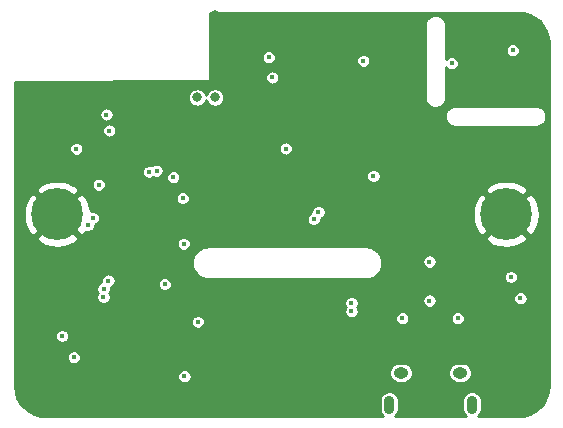
<source format=gbr>
%TF.GenerationSoftware,KiCad,Pcbnew,(5.1.7-0-10_14)*%
%TF.CreationDate,2020-11-27T19:57:41+01:00*%
%TF.ProjectId,AtmoNode,41746d6f-4e6f-4646-952e-6b696361645f,rev?*%
%TF.SameCoordinates,Original*%
%TF.FileFunction,Copper,L3,Inr*%
%TF.FilePolarity,Positive*%
%FSLAX46Y46*%
G04 Gerber Fmt 4.6, Leading zero omitted, Abs format (unit mm)*
G04 Created by KiCad (PCBNEW (5.1.7-0-10_14)) date 2020-11-27 19:57:41*
%MOMM*%
%LPD*%
G01*
G04 APERTURE LIST*
%TA.AperFunction,ComponentPad*%
%ADD10C,4.400000*%
%TD*%
%TA.AperFunction,ComponentPad*%
%ADD11C,0.700000*%
%TD*%
%TA.AperFunction,ComponentPad*%
%ADD12R,0.900000X0.500000*%
%TD*%
%TA.AperFunction,ComponentPad*%
%ADD13O,0.890000X1.550000*%
%TD*%
%TA.AperFunction,ComponentPad*%
%ADD14O,1.250000X0.950000*%
%TD*%
%TA.AperFunction,ViaPad*%
%ADD15C,0.800000*%
%TD*%
%TA.AperFunction,ViaPad*%
%ADD16C,0.450000*%
%TD*%
%TA.AperFunction,Conductor*%
%ADD17C,0.254000*%
%TD*%
%TA.AperFunction,Conductor*%
%ADD18C,0.100000*%
%TD*%
G04 APERTURE END LIST*
D10*
%TO.N,GND*%
%TO.C,H2*%
X149000000Y-109000000D03*
D11*
X150650000Y-109000000D03*
X150166726Y-110166726D03*
X149000000Y-110650000D03*
X147833274Y-110166726D03*
X147350000Y-109000000D03*
X147833274Y-107833274D03*
X149000000Y-107350000D03*
X150166726Y-107833274D03*
%TD*%
D10*
%TO.N,GND*%
%TO.C,H1*%
X111000000Y-109000000D03*
D11*
X112650000Y-109000000D03*
X112166726Y-110166726D03*
X111000000Y-110650000D03*
X109833274Y-110166726D03*
X109350000Y-109000000D03*
X109833274Y-107833274D03*
X111000000Y-107350000D03*
X112166726Y-107833274D03*
%TD*%
D12*
%TO.N,GND*%
%TO.C,AE1*%
X122700000Y-97900000D03*
%TD*%
D13*
%TO.N,Net-(J1-Pad6)*%
%TO.C,J1*%
X139100000Y-125100000D03*
X146100000Y-125100000D03*
D14*
X140100000Y-122400000D03*
X145100000Y-122400000D03*
%TD*%
D15*
%TO.N,*%
X124350000Y-99100000D03*
X122850000Y-99100000D03*
D16*
%TO.N,GND*%
X118700000Y-107900000D03*
X117100000Y-107900000D03*
X117100000Y-109500000D03*
X118700000Y-109500000D03*
X117900000Y-109500000D03*
X117900000Y-107900000D03*
X118700000Y-108700000D03*
X117100000Y-108700000D03*
X117900000Y-108700000D03*
D15*
X121350000Y-99100000D03*
X118350000Y-99100000D03*
X116850000Y-99100000D03*
X115350000Y-99100000D03*
X113850000Y-99100000D03*
X112350000Y-99100000D03*
X110850000Y-99100000D03*
X109350000Y-99100000D03*
X124400000Y-97600000D03*
X119850000Y-99100000D03*
X124400000Y-94600000D03*
X124400000Y-93100000D03*
X107850000Y-99100000D03*
X124400000Y-96100000D03*
D16*
X123600000Y-108200000D03*
X121600000Y-114900000D03*
X112400000Y-119300000D03*
X116300000Y-122300000D03*
X113900000Y-101900000D03*
X111600000Y-104400000D03*
X130900000Y-115700000D03*
X135000000Y-121600000D03*
X140400000Y-120800000D03*
X139800000Y-120800000D03*
X139200000Y-120800000D03*
X139400000Y-96000000D03*
X138200000Y-99900000D03*
X137350000Y-100700000D03*
X133550000Y-101900000D03*
X129592498Y-103506551D03*
X131300000Y-100000000D03*
X132400000Y-100400000D03*
X113000000Y-112000000D03*
X113180473Y-106919527D03*
X118900000Y-100300000D03*
X140200000Y-110000000D03*
X140200000Y-113000000D03*
X138900000Y-111500000D03*
X124800000Y-114654800D03*
X148000000Y-120800000D03*
X143200000Y-108800000D03*
X132300000Y-96600000D03*
D15*
X124350000Y-92100000D03*
D16*
X149750000Y-98300000D03*
X118968773Y-103075677D03*
X121300000Y-104300000D03*
X146250000Y-95100000D03*
X137800000Y-118050000D03*
%TO.N,+3V3*%
X120100000Y-114900000D03*
X111400000Y-119300000D03*
X136900000Y-96000000D03*
X130350000Y-103425000D03*
X114000000Y-109300000D03*
X142500000Y-113000000D03*
X142500000Y-116300000D03*
X140200000Y-117800000D03*
X144900000Y-117800000D03*
X121619527Y-107619527D03*
X113600000Y-109900000D03*
X128900000Y-95700000D03*
X129200000Y-97400000D03*
X150200000Y-116100000D03*
X137752574Y-105752574D03*
X149550000Y-95100000D03*
X115384490Y-101900000D03*
X119400000Y-105300000D03*
X144400000Y-96200000D03*
X112600000Y-103450000D03*
%TO.N,RESET*%
X122900000Y-118100000D03*
X114499227Y-106484500D03*
X121750000Y-122700000D03*
X120800000Y-105850000D03*
%TO.N,SDA*%
X133100000Y-108800000D03*
X121700000Y-111500000D03*
%TO.N,SCL*%
X132700000Y-109400000D03*
X115315510Y-114600000D03*
%TO.N,GPIO0*%
X112400000Y-121100000D03*
%TO.N,RXD*%
X114915500Y-115300000D03*
X135900000Y-116500000D03*
%TO.N,TXD*%
X114900000Y-116000000D03*
X135900000Y-117200000D03*
%TO.N,GPIO2*%
X149400000Y-114300000D03*
%TO.N,Net-(TP7-Pad1)*%
X115150000Y-100550000D03*
X118750000Y-105400002D03*
%TD*%
D17*
%TO.N,GND*%
X150503463Y-91957312D02*
X150987756Y-92103529D01*
X151434422Y-92341025D01*
X151826450Y-92660755D01*
X152148907Y-93050539D01*
X152389518Y-93495540D01*
X152539111Y-93978796D01*
X152594000Y-94501029D01*
X152594001Y-123480136D01*
X152542688Y-124003464D01*
X152396472Y-124487756D01*
X152158975Y-124934422D01*
X151839245Y-125326450D01*
X151449458Y-125648910D01*
X151004460Y-125889518D01*
X150521205Y-126039111D01*
X149998971Y-126094000D01*
X146592943Y-126094000D01*
X146686896Y-126016896D01*
X146790116Y-125891121D01*
X146866816Y-125747626D01*
X146914048Y-125591924D01*
X146926000Y-125470572D01*
X146926000Y-124729428D01*
X146914048Y-124608076D01*
X146866816Y-124452374D01*
X146790116Y-124308879D01*
X146686896Y-124183104D01*
X146561121Y-124079884D01*
X146417626Y-124003184D01*
X146261924Y-123955952D01*
X146100000Y-123940004D01*
X145938077Y-123955952D01*
X145782375Y-124003184D01*
X145638880Y-124079884D01*
X145513105Y-124183104D01*
X145409885Y-124308879D01*
X145333185Y-124452374D01*
X145285952Y-124608076D01*
X145274000Y-124729428D01*
X145274000Y-125470571D01*
X145285952Y-125591923D01*
X145333184Y-125747625D01*
X145409884Y-125891120D01*
X145513104Y-126016896D01*
X145607056Y-126094000D01*
X139592943Y-126094000D01*
X139686896Y-126016896D01*
X139790116Y-125891121D01*
X139866816Y-125747626D01*
X139914048Y-125591924D01*
X139926000Y-125470572D01*
X139926000Y-124729428D01*
X139914048Y-124608076D01*
X139866816Y-124452374D01*
X139790116Y-124308879D01*
X139686896Y-124183104D01*
X139561121Y-124079884D01*
X139417626Y-124003184D01*
X139261924Y-123955952D01*
X139100000Y-123940004D01*
X138938077Y-123955952D01*
X138782375Y-124003184D01*
X138638880Y-124079884D01*
X138513105Y-124183104D01*
X138409885Y-124308879D01*
X138333185Y-124452374D01*
X138285952Y-124608076D01*
X138274000Y-124729428D01*
X138274000Y-125470571D01*
X138285952Y-125591923D01*
X138333184Y-125747625D01*
X138409884Y-125891120D01*
X138513104Y-126016896D01*
X138607056Y-126094000D01*
X110019854Y-126094000D01*
X109496536Y-126042688D01*
X109012244Y-125896472D01*
X108565578Y-125658975D01*
X108173550Y-125339245D01*
X107851090Y-124949458D01*
X107610482Y-124504460D01*
X107460889Y-124021205D01*
X107406000Y-123498971D01*
X107406000Y-122640314D01*
X121144000Y-122640314D01*
X121144000Y-122759686D01*
X121167288Y-122876764D01*
X121212970Y-122987049D01*
X121279289Y-123086302D01*
X121363698Y-123170711D01*
X121462951Y-123237030D01*
X121573236Y-123282712D01*
X121690314Y-123306000D01*
X121809686Y-123306000D01*
X121926764Y-123282712D01*
X122037049Y-123237030D01*
X122136302Y-123170711D01*
X122220711Y-123086302D01*
X122287030Y-122987049D01*
X122332712Y-122876764D01*
X122356000Y-122759686D01*
X122356000Y-122640314D01*
X122332712Y-122523236D01*
X122287030Y-122412951D01*
X122278377Y-122400000D01*
X139089859Y-122400000D01*
X139106386Y-122567805D01*
X139155333Y-122729162D01*
X139234819Y-122877869D01*
X139341788Y-123008212D01*
X139472131Y-123115181D01*
X139620838Y-123194667D01*
X139782195Y-123243614D01*
X139907955Y-123256000D01*
X140292045Y-123256000D01*
X140417805Y-123243614D01*
X140579162Y-123194667D01*
X140727869Y-123115181D01*
X140858212Y-123008212D01*
X140965181Y-122877869D01*
X141044667Y-122729162D01*
X141093614Y-122567805D01*
X141110141Y-122400000D01*
X144089859Y-122400000D01*
X144106386Y-122567805D01*
X144155333Y-122729162D01*
X144234819Y-122877869D01*
X144341788Y-123008212D01*
X144472131Y-123115181D01*
X144620838Y-123194667D01*
X144782195Y-123243614D01*
X144907955Y-123256000D01*
X145292045Y-123256000D01*
X145417805Y-123243614D01*
X145579162Y-123194667D01*
X145727869Y-123115181D01*
X145858212Y-123008212D01*
X145965181Y-122877869D01*
X146044667Y-122729162D01*
X146093614Y-122567805D01*
X146110141Y-122400000D01*
X146093614Y-122232195D01*
X146044667Y-122070838D01*
X145965181Y-121922131D01*
X145858212Y-121791788D01*
X145727869Y-121684819D01*
X145579162Y-121605333D01*
X145417805Y-121556386D01*
X145292045Y-121544000D01*
X144907955Y-121544000D01*
X144782195Y-121556386D01*
X144620838Y-121605333D01*
X144472131Y-121684819D01*
X144341788Y-121791788D01*
X144234819Y-121922131D01*
X144155333Y-122070838D01*
X144106386Y-122232195D01*
X144089859Y-122400000D01*
X141110141Y-122400000D01*
X141093614Y-122232195D01*
X141044667Y-122070838D01*
X140965181Y-121922131D01*
X140858212Y-121791788D01*
X140727869Y-121684819D01*
X140579162Y-121605333D01*
X140417805Y-121556386D01*
X140292045Y-121544000D01*
X139907955Y-121544000D01*
X139782195Y-121556386D01*
X139620838Y-121605333D01*
X139472131Y-121684819D01*
X139341788Y-121791788D01*
X139234819Y-121922131D01*
X139155333Y-122070838D01*
X139106386Y-122232195D01*
X139089859Y-122400000D01*
X122278377Y-122400000D01*
X122220711Y-122313698D01*
X122136302Y-122229289D01*
X122037049Y-122162970D01*
X121926764Y-122117288D01*
X121809686Y-122094000D01*
X121690314Y-122094000D01*
X121573236Y-122117288D01*
X121462951Y-122162970D01*
X121363698Y-122229289D01*
X121279289Y-122313698D01*
X121212970Y-122412951D01*
X121167288Y-122523236D01*
X121144000Y-122640314D01*
X107406000Y-122640314D01*
X107406000Y-121040314D01*
X111794000Y-121040314D01*
X111794000Y-121159686D01*
X111817288Y-121276764D01*
X111862970Y-121387049D01*
X111929289Y-121486302D01*
X112013698Y-121570711D01*
X112112951Y-121637030D01*
X112223236Y-121682712D01*
X112340314Y-121706000D01*
X112459686Y-121706000D01*
X112576764Y-121682712D01*
X112687049Y-121637030D01*
X112786302Y-121570711D01*
X112870711Y-121486302D01*
X112937030Y-121387049D01*
X112982712Y-121276764D01*
X113006000Y-121159686D01*
X113006000Y-121040314D01*
X112982712Y-120923236D01*
X112937030Y-120812951D01*
X112870711Y-120713698D01*
X112786302Y-120629289D01*
X112687049Y-120562970D01*
X112576764Y-120517288D01*
X112459686Y-120494000D01*
X112340314Y-120494000D01*
X112223236Y-120517288D01*
X112112951Y-120562970D01*
X112013698Y-120629289D01*
X111929289Y-120713698D01*
X111862970Y-120812951D01*
X111817288Y-120923236D01*
X111794000Y-121040314D01*
X107406000Y-121040314D01*
X107406000Y-119240314D01*
X110794000Y-119240314D01*
X110794000Y-119359686D01*
X110817288Y-119476764D01*
X110862970Y-119587049D01*
X110929289Y-119686302D01*
X111013698Y-119770711D01*
X111112951Y-119837030D01*
X111223236Y-119882712D01*
X111340314Y-119906000D01*
X111459686Y-119906000D01*
X111576764Y-119882712D01*
X111687049Y-119837030D01*
X111786302Y-119770711D01*
X111870711Y-119686302D01*
X111937030Y-119587049D01*
X111982712Y-119476764D01*
X112006000Y-119359686D01*
X112006000Y-119240314D01*
X111982712Y-119123236D01*
X111937030Y-119012951D01*
X111870711Y-118913698D01*
X111786302Y-118829289D01*
X111687049Y-118762970D01*
X111576764Y-118717288D01*
X111459686Y-118694000D01*
X111340314Y-118694000D01*
X111223236Y-118717288D01*
X111112951Y-118762970D01*
X111013698Y-118829289D01*
X110929289Y-118913698D01*
X110862970Y-119012951D01*
X110817288Y-119123236D01*
X110794000Y-119240314D01*
X107406000Y-119240314D01*
X107406000Y-118040314D01*
X122294000Y-118040314D01*
X122294000Y-118159686D01*
X122317288Y-118276764D01*
X122362970Y-118387049D01*
X122429289Y-118486302D01*
X122513698Y-118570711D01*
X122612951Y-118637030D01*
X122723236Y-118682712D01*
X122840314Y-118706000D01*
X122959686Y-118706000D01*
X123076764Y-118682712D01*
X123187049Y-118637030D01*
X123286302Y-118570711D01*
X123370711Y-118486302D01*
X123437030Y-118387049D01*
X123482712Y-118276764D01*
X123506000Y-118159686D01*
X123506000Y-118040314D01*
X123482712Y-117923236D01*
X123437030Y-117812951D01*
X123370711Y-117713698D01*
X123286302Y-117629289D01*
X123187049Y-117562970D01*
X123076764Y-117517288D01*
X122959686Y-117494000D01*
X122840314Y-117494000D01*
X122723236Y-117517288D01*
X122612951Y-117562970D01*
X122513698Y-117629289D01*
X122429289Y-117713698D01*
X122362970Y-117812951D01*
X122317288Y-117923236D01*
X122294000Y-118040314D01*
X107406000Y-118040314D01*
X107406000Y-115940314D01*
X114294000Y-115940314D01*
X114294000Y-116059686D01*
X114317288Y-116176764D01*
X114362970Y-116287049D01*
X114429289Y-116386302D01*
X114513698Y-116470711D01*
X114612951Y-116537030D01*
X114723236Y-116582712D01*
X114840314Y-116606000D01*
X114959686Y-116606000D01*
X115076764Y-116582712D01*
X115187049Y-116537030D01*
X115286302Y-116470711D01*
X115316699Y-116440314D01*
X135294000Y-116440314D01*
X135294000Y-116559686D01*
X135317288Y-116676764D01*
X135362970Y-116787049D01*
X135405033Y-116850000D01*
X135362970Y-116912951D01*
X135317288Y-117023236D01*
X135294000Y-117140314D01*
X135294000Y-117259686D01*
X135317288Y-117376764D01*
X135362970Y-117487049D01*
X135429289Y-117586302D01*
X135513698Y-117670711D01*
X135612951Y-117737030D01*
X135723236Y-117782712D01*
X135840314Y-117806000D01*
X135959686Y-117806000D01*
X136076764Y-117782712D01*
X136179120Y-117740314D01*
X139594000Y-117740314D01*
X139594000Y-117859686D01*
X139617288Y-117976764D01*
X139662970Y-118087049D01*
X139729289Y-118186302D01*
X139813698Y-118270711D01*
X139912951Y-118337030D01*
X140023236Y-118382712D01*
X140140314Y-118406000D01*
X140259686Y-118406000D01*
X140376764Y-118382712D01*
X140487049Y-118337030D01*
X140586302Y-118270711D01*
X140670711Y-118186302D01*
X140737030Y-118087049D01*
X140782712Y-117976764D01*
X140806000Y-117859686D01*
X140806000Y-117740314D01*
X144294000Y-117740314D01*
X144294000Y-117859686D01*
X144317288Y-117976764D01*
X144362970Y-118087049D01*
X144429289Y-118186302D01*
X144513698Y-118270711D01*
X144612951Y-118337030D01*
X144723236Y-118382712D01*
X144840314Y-118406000D01*
X144959686Y-118406000D01*
X145076764Y-118382712D01*
X145187049Y-118337030D01*
X145286302Y-118270711D01*
X145370711Y-118186302D01*
X145437030Y-118087049D01*
X145482712Y-117976764D01*
X145506000Y-117859686D01*
X145506000Y-117740314D01*
X145482712Y-117623236D01*
X145437030Y-117512951D01*
X145370711Y-117413698D01*
X145286302Y-117329289D01*
X145187049Y-117262970D01*
X145076764Y-117217288D01*
X144959686Y-117194000D01*
X144840314Y-117194000D01*
X144723236Y-117217288D01*
X144612951Y-117262970D01*
X144513698Y-117329289D01*
X144429289Y-117413698D01*
X144362970Y-117512951D01*
X144317288Y-117623236D01*
X144294000Y-117740314D01*
X140806000Y-117740314D01*
X140782712Y-117623236D01*
X140737030Y-117512951D01*
X140670711Y-117413698D01*
X140586302Y-117329289D01*
X140487049Y-117262970D01*
X140376764Y-117217288D01*
X140259686Y-117194000D01*
X140140314Y-117194000D01*
X140023236Y-117217288D01*
X139912951Y-117262970D01*
X139813698Y-117329289D01*
X139729289Y-117413698D01*
X139662970Y-117512951D01*
X139617288Y-117623236D01*
X139594000Y-117740314D01*
X136179120Y-117740314D01*
X136187049Y-117737030D01*
X136286302Y-117670711D01*
X136370711Y-117586302D01*
X136437030Y-117487049D01*
X136482712Y-117376764D01*
X136506000Y-117259686D01*
X136506000Y-117140314D01*
X136482712Y-117023236D01*
X136437030Y-116912951D01*
X136394967Y-116850000D01*
X136437030Y-116787049D01*
X136482712Y-116676764D01*
X136506000Y-116559686D01*
X136506000Y-116440314D01*
X136482712Y-116323236D01*
X136448365Y-116240314D01*
X141894000Y-116240314D01*
X141894000Y-116359686D01*
X141917288Y-116476764D01*
X141962970Y-116587049D01*
X142029289Y-116686302D01*
X142113698Y-116770711D01*
X142212951Y-116837030D01*
X142323236Y-116882712D01*
X142440314Y-116906000D01*
X142559686Y-116906000D01*
X142676764Y-116882712D01*
X142787049Y-116837030D01*
X142886302Y-116770711D01*
X142970711Y-116686302D01*
X143037030Y-116587049D01*
X143082712Y-116476764D01*
X143106000Y-116359686D01*
X143106000Y-116240314D01*
X143082712Y-116123236D01*
X143048365Y-116040314D01*
X149594000Y-116040314D01*
X149594000Y-116159686D01*
X149617288Y-116276764D01*
X149662970Y-116387049D01*
X149729289Y-116486302D01*
X149813698Y-116570711D01*
X149912951Y-116637030D01*
X150023236Y-116682712D01*
X150140314Y-116706000D01*
X150259686Y-116706000D01*
X150376764Y-116682712D01*
X150487049Y-116637030D01*
X150586302Y-116570711D01*
X150670711Y-116486302D01*
X150737030Y-116387049D01*
X150782712Y-116276764D01*
X150806000Y-116159686D01*
X150806000Y-116040314D01*
X150782712Y-115923236D01*
X150737030Y-115812951D01*
X150670711Y-115713698D01*
X150586302Y-115629289D01*
X150487049Y-115562970D01*
X150376764Y-115517288D01*
X150259686Y-115494000D01*
X150140314Y-115494000D01*
X150023236Y-115517288D01*
X149912951Y-115562970D01*
X149813698Y-115629289D01*
X149729289Y-115713698D01*
X149662970Y-115812951D01*
X149617288Y-115923236D01*
X149594000Y-116040314D01*
X143048365Y-116040314D01*
X143037030Y-116012951D01*
X142970711Y-115913698D01*
X142886302Y-115829289D01*
X142787049Y-115762970D01*
X142676764Y-115717288D01*
X142559686Y-115694000D01*
X142440314Y-115694000D01*
X142323236Y-115717288D01*
X142212951Y-115762970D01*
X142113698Y-115829289D01*
X142029289Y-115913698D01*
X141962970Y-116012951D01*
X141917288Y-116123236D01*
X141894000Y-116240314D01*
X136448365Y-116240314D01*
X136437030Y-116212951D01*
X136370711Y-116113698D01*
X136286302Y-116029289D01*
X136187049Y-115962970D01*
X136076764Y-115917288D01*
X135959686Y-115894000D01*
X135840314Y-115894000D01*
X135723236Y-115917288D01*
X135612951Y-115962970D01*
X135513698Y-116029289D01*
X135429289Y-116113698D01*
X135362970Y-116212951D01*
X135317288Y-116323236D01*
X135294000Y-116440314D01*
X115316699Y-116440314D01*
X115370711Y-116386302D01*
X115437030Y-116287049D01*
X115482712Y-116176764D01*
X115506000Y-116059686D01*
X115506000Y-115940314D01*
X115482712Y-115823236D01*
X115437030Y-115712951D01*
X115402717Y-115661599D01*
X115452530Y-115587049D01*
X115498212Y-115476764D01*
X115521500Y-115359686D01*
X115521500Y-115240314D01*
X115508690Y-115175912D01*
X115602559Y-115137030D01*
X115701812Y-115070711D01*
X115786221Y-114986302D01*
X115852540Y-114887049D01*
X115871898Y-114840314D01*
X119494000Y-114840314D01*
X119494000Y-114959686D01*
X119517288Y-115076764D01*
X119562970Y-115187049D01*
X119629289Y-115286302D01*
X119713698Y-115370711D01*
X119812951Y-115437030D01*
X119923236Y-115482712D01*
X120040314Y-115506000D01*
X120159686Y-115506000D01*
X120276764Y-115482712D01*
X120387049Y-115437030D01*
X120486302Y-115370711D01*
X120570711Y-115286302D01*
X120637030Y-115187049D01*
X120682712Y-115076764D01*
X120706000Y-114959686D01*
X120706000Y-114840314D01*
X120682712Y-114723236D01*
X120637030Y-114612951D01*
X120570711Y-114513698D01*
X120486302Y-114429289D01*
X120387049Y-114362970D01*
X120276764Y-114317288D01*
X120159686Y-114294000D01*
X120040314Y-114294000D01*
X119923236Y-114317288D01*
X119812951Y-114362970D01*
X119713698Y-114429289D01*
X119629289Y-114513698D01*
X119562970Y-114612951D01*
X119517288Y-114723236D01*
X119494000Y-114840314D01*
X115871898Y-114840314D01*
X115898222Y-114776764D01*
X115921510Y-114659686D01*
X115921510Y-114540314D01*
X115898222Y-114423236D01*
X115852540Y-114312951D01*
X115786221Y-114213698D01*
X115701812Y-114129289D01*
X115602559Y-114062970D01*
X115492274Y-114017288D01*
X115375196Y-113994000D01*
X115255824Y-113994000D01*
X115138746Y-114017288D01*
X115028461Y-114062970D01*
X114929208Y-114129289D01*
X114844799Y-114213698D01*
X114778480Y-114312951D01*
X114732798Y-114423236D01*
X114709510Y-114540314D01*
X114709510Y-114659686D01*
X114722320Y-114724088D01*
X114628451Y-114762970D01*
X114529198Y-114829289D01*
X114444789Y-114913698D01*
X114378470Y-115012951D01*
X114332788Y-115123236D01*
X114309500Y-115240314D01*
X114309500Y-115359686D01*
X114332788Y-115476764D01*
X114378470Y-115587049D01*
X114412783Y-115638401D01*
X114362970Y-115712951D01*
X114317288Y-115823236D01*
X114294000Y-115940314D01*
X107406000Y-115940314D01*
X107406000Y-113070183D01*
X122395695Y-113070183D01*
X122395952Y-113106981D01*
X122395695Y-113143779D01*
X122396248Y-113149421D01*
X122416649Y-113343518D01*
X122424056Y-113379604D01*
X122430944Y-113415708D01*
X122432582Y-113421135D01*
X122490294Y-113607573D01*
X122504555Y-113641500D01*
X122518338Y-113675613D01*
X122520999Y-113680619D01*
X122613824Y-113852296D01*
X122634414Y-113882821D01*
X122654551Y-113913594D01*
X122658134Y-113917988D01*
X122782538Y-114068365D01*
X122808670Y-114094316D01*
X122834394Y-114120584D01*
X122838756Y-114124193D01*
X122838762Y-114124199D01*
X122838769Y-114124203D01*
X122990004Y-114247548D01*
X123020684Y-114267932D01*
X123051016Y-114288701D01*
X123055998Y-114291395D01*
X123056002Y-114291398D01*
X123056006Y-114291400D01*
X123228325Y-114383023D01*
X123262348Y-114397046D01*
X123296168Y-114411541D01*
X123301583Y-114413218D01*
X123488420Y-114469627D01*
X123524575Y-114476786D01*
X123560509Y-114484424D01*
X123566138Y-114485016D01*
X123566148Y-114485018D01*
X123566157Y-114485018D01*
X123760380Y-114504062D01*
X123760382Y-114504062D01*
X123780059Y-114506000D01*
X137119941Y-114506000D01*
X137140602Y-114503965D01*
X137153580Y-114503965D01*
X137159218Y-114503373D01*
X137353168Y-114481618D01*
X137389205Y-114473958D01*
X137425260Y-114466819D01*
X137430670Y-114465145D01*
X137430674Y-114465144D01*
X137430677Y-114465143D01*
X137616706Y-114406130D01*
X137650557Y-114391621D01*
X137684547Y-114377611D01*
X137689530Y-114374917D01*
X137689535Y-114374915D01*
X137689539Y-114374912D01*
X137860560Y-114280893D01*
X137890931Y-114260098D01*
X137920707Y-114240314D01*
X148794000Y-114240314D01*
X148794000Y-114359686D01*
X148817288Y-114476764D01*
X148862970Y-114587049D01*
X148929289Y-114686302D01*
X149013698Y-114770711D01*
X149112951Y-114837030D01*
X149223236Y-114882712D01*
X149340314Y-114906000D01*
X149459686Y-114906000D01*
X149576764Y-114882712D01*
X149687049Y-114837030D01*
X149786302Y-114770711D01*
X149870711Y-114686302D01*
X149937030Y-114587049D01*
X149982712Y-114476764D01*
X150006000Y-114359686D01*
X150006000Y-114240314D01*
X149982712Y-114123236D01*
X149937030Y-114012951D01*
X149870711Y-113913698D01*
X149786302Y-113829289D01*
X149687049Y-113762970D01*
X149576764Y-113717288D01*
X149459686Y-113694000D01*
X149340314Y-113694000D01*
X149223236Y-113717288D01*
X149112951Y-113762970D01*
X149013698Y-113829289D01*
X148929289Y-113913698D01*
X148862970Y-114012951D01*
X148817288Y-114123236D01*
X148794000Y-114240314D01*
X137920707Y-114240314D01*
X137921570Y-114239741D01*
X137925933Y-114236131D01*
X137925939Y-114236127D01*
X137925944Y-114236122D01*
X138075444Y-114110677D01*
X138101204Y-114084373D01*
X138127301Y-114058456D01*
X138130880Y-114054069D01*
X138130884Y-114054065D01*
X138130887Y-114054061D01*
X138253176Y-113901964D01*
X138273342Y-113871147D01*
X138293900Y-113840668D01*
X138296562Y-113835662D01*
X138386982Y-113662707D01*
X138400776Y-113628566D01*
X138415027Y-113594664D01*
X138416666Y-113589236D01*
X138471769Y-113402011D01*
X138478668Y-113365846D01*
X138486062Y-113329821D01*
X138486616Y-113324179D01*
X138504305Y-113129817D01*
X138504048Y-113093019D01*
X138504305Y-113056221D01*
X138503752Y-113050579D01*
X138492163Y-112940314D01*
X141894000Y-112940314D01*
X141894000Y-113059686D01*
X141917288Y-113176764D01*
X141962970Y-113287049D01*
X142029289Y-113386302D01*
X142113698Y-113470711D01*
X142212951Y-113537030D01*
X142323236Y-113582712D01*
X142440314Y-113606000D01*
X142559686Y-113606000D01*
X142676764Y-113582712D01*
X142787049Y-113537030D01*
X142886302Y-113470711D01*
X142970711Y-113386302D01*
X143037030Y-113287049D01*
X143082712Y-113176764D01*
X143106000Y-113059686D01*
X143106000Y-112940314D01*
X143082712Y-112823236D01*
X143037030Y-112712951D01*
X142970711Y-112613698D01*
X142886302Y-112529289D01*
X142787049Y-112462970D01*
X142676764Y-112417288D01*
X142559686Y-112394000D01*
X142440314Y-112394000D01*
X142323236Y-112417288D01*
X142212951Y-112462970D01*
X142113698Y-112529289D01*
X142029289Y-112613698D01*
X141962970Y-112712951D01*
X141917288Y-112823236D01*
X141894000Y-112940314D01*
X138492163Y-112940314D01*
X138483351Y-112856482D01*
X138475944Y-112820396D01*
X138469056Y-112784292D01*
X138467418Y-112778865D01*
X138409706Y-112592427D01*
X138395445Y-112558500D01*
X138381662Y-112524387D01*
X138379001Y-112519381D01*
X138286176Y-112347704D01*
X138265558Y-112317137D01*
X138245448Y-112286406D01*
X138241866Y-112282012D01*
X138117462Y-112131634D01*
X138091311Y-112105664D01*
X138065606Y-112079416D01*
X138061244Y-112075807D01*
X138061238Y-112075801D01*
X138061231Y-112075797D01*
X137909996Y-111952452D01*
X137879331Y-111932078D01*
X137848984Y-111911299D01*
X137844002Y-111908605D01*
X137843998Y-111908602D01*
X137843994Y-111908600D01*
X137671675Y-111816977D01*
X137637640Y-111802949D01*
X137603832Y-111788459D01*
X137598417Y-111786782D01*
X137411581Y-111730373D01*
X137375411Y-111723211D01*
X137339491Y-111715576D01*
X137333864Y-111714984D01*
X137333853Y-111714982D01*
X137333843Y-111714982D01*
X137139619Y-111695938D01*
X137139618Y-111695938D01*
X137119941Y-111694000D01*
X123780059Y-111694000D01*
X123759398Y-111696035D01*
X123746419Y-111696035D01*
X123740781Y-111696627D01*
X123546832Y-111718382D01*
X123510795Y-111726042D01*
X123474740Y-111733181D01*
X123469330Y-111734855D01*
X123469326Y-111734856D01*
X123469323Y-111734857D01*
X123469324Y-111734857D01*
X123283294Y-111793870D01*
X123249443Y-111808379D01*
X123215453Y-111822389D01*
X123210470Y-111825083D01*
X123210465Y-111825085D01*
X123210461Y-111825088D01*
X123039441Y-111919107D01*
X123009087Y-111939890D01*
X122978430Y-111960259D01*
X122974062Y-111963872D01*
X122824556Y-112089323D01*
X122798815Y-112115608D01*
X122772698Y-112141544D01*
X122769120Y-112145931D01*
X122769116Y-112145935D01*
X122769115Y-112145937D01*
X122646824Y-112298037D01*
X122626658Y-112328853D01*
X122606100Y-112359333D01*
X122603438Y-112364338D01*
X122513018Y-112537294D01*
X122499229Y-112571423D01*
X122484973Y-112605337D01*
X122483334Y-112610764D01*
X122428231Y-112797990D01*
X122421333Y-112834154D01*
X122413938Y-112870179D01*
X122413384Y-112875821D01*
X122395695Y-113070183D01*
X107406000Y-113070183D01*
X107406000Y-110989775D01*
X109189830Y-110989775D01*
X109429976Y-111377018D01*
X109923877Y-111637641D01*
X110459133Y-111796901D01*
X111015174Y-111848678D01*
X111570632Y-111790981D01*
X112104161Y-111626028D01*
X112451606Y-111440314D01*
X121094000Y-111440314D01*
X121094000Y-111559686D01*
X121117288Y-111676764D01*
X121162970Y-111787049D01*
X121229289Y-111886302D01*
X121313698Y-111970711D01*
X121412951Y-112037030D01*
X121523236Y-112082712D01*
X121640314Y-112106000D01*
X121759686Y-112106000D01*
X121876764Y-112082712D01*
X121987049Y-112037030D01*
X122086302Y-111970711D01*
X122170711Y-111886302D01*
X122237030Y-111787049D01*
X122282712Y-111676764D01*
X122306000Y-111559686D01*
X122306000Y-111440314D01*
X122282712Y-111323236D01*
X122237030Y-111212951D01*
X122170711Y-111113698D01*
X122086302Y-111029289D01*
X122027166Y-110989775D01*
X147189830Y-110989775D01*
X147429976Y-111377018D01*
X147923877Y-111637641D01*
X148459133Y-111796901D01*
X149015174Y-111848678D01*
X149570632Y-111790981D01*
X150104161Y-111626028D01*
X150570024Y-111377018D01*
X150810170Y-110989775D01*
X149000000Y-109179605D01*
X147189830Y-110989775D01*
X122027166Y-110989775D01*
X121987049Y-110962970D01*
X121876764Y-110917288D01*
X121759686Y-110894000D01*
X121640314Y-110894000D01*
X121523236Y-110917288D01*
X121412951Y-110962970D01*
X121313698Y-111029289D01*
X121229289Y-111113698D01*
X121162970Y-111212951D01*
X121117288Y-111323236D01*
X121094000Y-111440314D01*
X112451606Y-111440314D01*
X112570024Y-111377018D01*
X112810170Y-110989775D01*
X111000000Y-109179605D01*
X109189830Y-110989775D01*
X107406000Y-110989775D01*
X107406000Y-109015174D01*
X108151322Y-109015174D01*
X108209019Y-109570632D01*
X108373972Y-110104161D01*
X108622982Y-110570024D01*
X109010225Y-110810170D01*
X110820395Y-109000000D01*
X111179605Y-109000000D01*
X112989775Y-110810170D01*
X113377018Y-110570024D01*
X113423117Y-110482663D01*
X113423236Y-110482712D01*
X113540314Y-110506000D01*
X113659686Y-110506000D01*
X113776764Y-110482712D01*
X113887049Y-110437030D01*
X113986302Y-110370711D01*
X114070711Y-110286302D01*
X114137030Y-110187049D01*
X114182712Y-110076764D01*
X114206000Y-109959686D01*
X114206000Y-109870602D01*
X114287049Y-109837030D01*
X114386302Y-109770711D01*
X114470711Y-109686302D01*
X114537030Y-109587049D01*
X114582712Y-109476764D01*
X114606000Y-109359686D01*
X114606000Y-109340314D01*
X132094000Y-109340314D01*
X132094000Y-109459686D01*
X132117288Y-109576764D01*
X132162970Y-109687049D01*
X132229289Y-109786302D01*
X132313698Y-109870711D01*
X132412951Y-109937030D01*
X132523236Y-109982712D01*
X132640314Y-110006000D01*
X132759686Y-110006000D01*
X132876764Y-109982712D01*
X132987049Y-109937030D01*
X133086302Y-109870711D01*
X133170711Y-109786302D01*
X133237030Y-109687049D01*
X133282712Y-109576764D01*
X133306000Y-109459686D01*
X133306000Y-109370602D01*
X133387049Y-109337030D01*
X133486302Y-109270711D01*
X133570711Y-109186302D01*
X133637030Y-109087049D01*
X133666801Y-109015174D01*
X146151322Y-109015174D01*
X146209019Y-109570632D01*
X146373972Y-110104161D01*
X146622982Y-110570024D01*
X147010225Y-110810170D01*
X148820395Y-109000000D01*
X149179605Y-109000000D01*
X150989775Y-110810170D01*
X151377018Y-110570024D01*
X151637641Y-110076123D01*
X151796901Y-109540867D01*
X151848678Y-108984826D01*
X151790981Y-108429368D01*
X151626028Y-107895839D01*
X151377018Y-107429976D01*
X150989775Y-107189830D01*
X149179605Y-109000000D01*
X148820395Y-109000000D01*
X147010225Y-107189830D01*
X146622982Y-107429976D01*
X146362359Y-107923877D01*
X146203099Y-108459133D01*
X146151322Y-109015174D01*
X133666801Y-109015174D01*
X133682712Y-108976764D01*
X133706000Y-108859686D01*
X133706000Y-108740314D01*
X133682712Y-108623236D01*
X133637030Y-108512951D01*
X133570711Y-108413698D01*
X133486302Y-108329289D01*
X133387049Y-108262970D01*
X133276764Y-108217288D01*
X133159686Y-108194000D01*
X133040314Y-108194000D01*
X132923236Y-108217288D01*
X132812951Y-108262970D01*
X132713698Y-108329289D01*
X132629289Y-108413698D01*
X132562970Y-108512951D01*
X132517288Y-108623236D01*
X132494000Y-108740314D01*
X132494000Y-108829398D01*
X132412951Y-108862970D01*
X132313698Y-108929289D01*
X132229289Y-109013698D01*
X132162970Y-109112951D01*
X132117288Y-109223236D01*
X132094000Y-109340314D01*
X114606000Y-109340314D01*
X114606000Y-109240314D01*
X114582712Y-109123236D01*
X114537030Y-109012951D01*
X114470711Y-108913698D01*
X114386302Y-108829289D01*
X114287049Y-108762970D01*
X114176764Y-108717288D01*
X114059686Y-108694000D01*
X113940314Y-108694000D01*
X113823236Y-108717288D01*
X113820985Y-108718220D01*
X113790981Y-108429368D01*
X113626028Y-107895839D01*
X113446433Y-107559841D01*
X121013527Y-107559841D01*
X121013527Y-107679213D01*
X121036815Y-107796291D01*
X121082497Y-107906576D01*
X121148816Y-108005829D01*
X121233225Y-108090238D01*
X121332478Y-108156557D01*
X121442763Y-108202239D01*
X121559841Y-108225527D01*
X121679213Y-108225527D01*
X121796291Y-108202239D01*
X121906576Y-108156557D01*
X122005829Y-108090238D01*
X122090238Y-108005829D01*
X122156557Y-107906576D01*
X122202239Y-107796291D01*
X122225527Y-107679213D01*
X122225527Y-107559841D01*
X122202239Y-107442763D01*
X122156557Y-107332478D01*
X122090238Y-107233225D01*
X122005829Y-107148816D01*
X121906576Y-107082497D01*
X121796291Y-107036815D01*
X121679213Y-107013527D01*
X121559841Y-107013527D01*
X121442763Y-107036815D01*
X121332478Y-107082497D01*
X121233225Y-107148816D01*
X121148816Y-107233225D01*
X121082497Y-107332478D01*
X121036815Y-107442763D01*
X121013527Y-107559841D01*
X113446433Y-107559841D01*
X113377018Y-107429976D01*
X112989775Y-107189830D01*
X111179605Y-109000000D01*
X110820395Y-109000000D01*
X109010225Y-107189830D01*
X108622982Y-107429976D01*
X108362359Y-107923877D01*
X108203099Y-108459133D01*
X108151322Y-109015174D01*
X107406000Y-109015174D01*
X107406000Y-107010225D01*
X109189830Y-107010225D01*
X111000000Y-108820395D01*
X112810170Y-107010225D01*
X112570024Y-106622982D01*
X112194481Y-106424814D01*
X113893227Y-106424814D01*
X113893227Y-106544186D01*
X113916515Y-106661264D01*
X113962197Y-106771549D01*
X114028516Y-106870802D01*
X114112925Y-106955211D01*
X114212178Y-107021530D01*
X114322463Y-107067212D01*
X114439541Y-107090500D01*
X114558913Y-107090500D01*
X114675991Y-107067212D01*
X114786276Y-107021530D01*
X114803195Y-107010225D01*
X147189830Y-107010225D01*
X149000000Y-108820395D01*
X150810170Y-107010225D01*
X150570024Y-106622982D01*
X150076123Y-106362359D01*
X149540867Y-106203099D01*
X148984826Y-106151322D01*
X148429368Y-106209019D01*
X147895839Y-106373972D01*
X147429976Y-106622982D01*
X147189830Y-107010225D01*
X114803195Y-107010225D01*
X114885529Y-106955211D01*
X114969938Y-106870802D01*
X115036257Y-106771549D01*
X115081939Y-106661264D01*
X115105227Y-106544186D01*
X115105227Y-106424814D01*
X115081939Y-106307736D01*
X115036257Y-106197451D01*
X114969938Y-106098198D01*
X114885529Y-106013789D01*
X114786276Y-105947470D01*
X114675991Y-105901788D01*
X114558913Y-105878500D01*
X114439541Y-105878500D01*
X114322463Y-105901788D01*
X114212178Y-105947470D01*
X114112925Y-106013789D01*
X114028516Y-106098198D01*
X113962197Y-106197451D01*
X113916515Y-106307736D01*
X113893227Y-106424814D01*
X112194481Y-106424814D01*
X112076123Y-106362359D01*
X111540867Y-106203099D01*
X110984826Y-106151322D01*
X110429368Y-106209019D01*
X109895839Y-106373972D01*
X109429976Y-106622982D01*
X109189830Y-107010225D01*
X107406000Y-107010225D01*
X107406000Y-105340316D01*
X118144000Y-105340316D01*
X118144000Y-105459688D01*
X118167288Y-105576766D01*
X118212970Y-105687051D01*
X118279289Y-105786304D01*
X118363698Y-105870713D01*
X118462951Y-105937032D01*
X118573236Y-105982714D01*
X118690314Y-106006002D01*
X118809686Y-106006002D01*
X118926764Y-105982714D01*
X119037049Y-105937032D01*
X119136302Y-105870713D01*
X119153280Y-105853735D01*
X119223236Y-105882712D01*
X119340314Y-105906000D01*
X119459686Y-105906000D01*
X119576764Y-105882712D01*
X119687049Y-105837030D01*
X119756964Y-105790314D01*
X120194000Y-105790314D01*
X120194000Y-105909686D01*
X120217288Y-106026764D01*
X120262970Y-106137049D01*
X120329289Y-106236302D01*
X120413698Y-106320711D01*
X120512951Y-106387030D01*
X120623236Y-106432712D01*
X120740314Y-106456000D01*
X120859686Y-106456000D01*
X120976764Y-106432712D01*
X121087049Y-106387030D01*
X121186302Y-106320711D01*
X121270711Y-106236302D01*
X121337030Y-106137049D01*
X121382712Y-106026764D01*
X121406000Y-105909686D01*
X121406000Y-105790314D01*
X121386621Y-105692888D01*
X137146574Y-105692888D01*
X137146574Y-105812260D01*
X137169862Y-105929338D01*
X137215544Y-106039623D01*
X137281863Y-106138876D01*
X137366272Y-106223285D01*
X137465525Y-106289604D01*
X137575810Y-106335286D01*
X137692888Y-106358574D01*
X137812260Y-106358574D01*
X137929338Y-106335286D01*
X138039623Y-106289604D01*
X138138876Y-106223285D01*
X138223285Y-106138876D01*
X138289604Y-106039623D01*
X138335286Y-105929338D01*
X138358574Y-105812260D01*
X138358574Y-105692888D01*
X138335286Y-105575810D01*
X138289604Y-105465525D01*
X138223285Y-105366272D01*
X138138876Y-105281863D01*
X138039623Y-105215544D01*
X137929338Y-105169862D01*
X137812260Y-105146574D01*
X137692888Y-105146574D01*
X137575810Y-105169862D01*
X137465525Y-105215544D01*
X137366272Y-105281863D01*
X137281863Y-105366272D01*
X137215544Y-105465525D01*
X137169862Y-105575810D01*
X137146574Y-105692888D01*
X121386621Y-105692888D01*
X121382712Y-105673236D01*
X121337030Y-105562951D01*
X121270711Y-105463698D01*
X121186302Y-105379289D01*
X121087049Y-105312970D01*
X120976764Y-105267288D01*
X120859686Y-105244000D01*
X120740314Y-105244000D01*
X120623236Y-105267288D01*
X120512951Y-105312970D01*
X120413698Y-105379289D01*
X120329289Y-105463698D01*
X120262970Y-105562951D01*
X120217288Y-105673236D01*
X120194000Y-105790314D01*
X119756964Y-105790314D01*
X119786302Y-105770711D01*
X119870711Y-105686302D01*
X119937030Y-105587049D01*
X119982712Y-105476764D01*
X120006000Y-105359686D01*
X120006000Y-105240314D01*
X119982712Y-105123236D01*
X119937030Y-105012951D01*
X119870711Y-104913698D01*
X119786302Y-104829289D01*
X119687049Y-104762970D01*
X119576764Y-104717288D01*
X119459686Y-104694000D01*
X119340314Y-104694000D01*
X119223236Y-104717288D01*
X119112951Y-104762970D01*
X119013698Y-104829289D01*
X118996720Y-104846267D01*
X118926764Y-104817290D01*
X118809686Y-104794002D01*
X118690314Y-104794002D01*
X118573236Y-104817290D01*
X118462951Y-104862972D01*
X118363698Y-104929291D01*
X118279289Y-105013700D01*
X118212970Y-105112953D01*
X118167288Y-105223238D01*
X118144000Y-105340316D01*
X107406000Y-105340316D01*
X107406000Y-103390314D01*
X111994000Y-103390314D01*
X111994000Y-103509686D01*
X112017288Y-103626764D01*
X112062970Y-103737049D01*
X112129289Y-103836302D01*
X112213698Y-103920711D01*
X112312951Y-103987030D01*
X112423236Y-104032712D01*
X112540314Y-104056000D01*
X112659686Y-104056000D01*
X112776764Y-104032712D01*
X112887049Y-103987030D01*
X112986302Y-103920711D01*
X113070711Y-103836302D01*
X113137030Y-103737049D01*
X113182712Y-103626764D01*
X113206000Y-103509686D01*
X113206000Y-103390314D01*
X113201028Y-103365314D01*
X129744000Y-103365314D01*
X129744000Y-103484686D01*
X129767288Y-103601764D01*
X129812970Y-103712049D01*
X129879289Y-103811302D01*
X129963698Y-103895711D01*
X130062951Y-103962030D01*
X130173236Y-104007712D01*
X130290314Y-104031000D01*
X130409686Y-104031000D01*
X130526764Y-104007712D01*
X130637049Y-103962030D01*
X130736302Y-103895711D01*
X130820711Y-103811302D01*
X130887030Y-103712049D01*
X130932712Y-103601764D01*
X130956000Y-103484686D01*
X130956000Y-103365314D01*
X130932712Y-103248236D01*
X130887030Y-103137951D01*
X130820711Y-103038698D01*
X130736302Y-102954289D01*
X130637049Y-102887970D01*
X130526764Y-102842288D01*
X130409686Y-102819000D01*
X130290314Y-102819000D01*
X130173236Y-102842288D01*
X130062951Y-102887970D01*
X129963698Y-102954289D01*
X129879289Y-103038698D01*
X129812970Y-103137951D01*
X129767288Y-103248236D01*
X129744000Y-103365314D01*
X113201028Y-103365314D01*
X113182712Y-103273236D01*
X113137030Y-103162951D01*
X113070711Y-103063698D01*
X112986302Y-102979289D01*
X112887049Y-102912970D01*
X112776764Y-102867288D01*
X112659686Y-102844000D01*
X112540314Y-102844000D01*
X112423236Y-102867288D01*
X112312951Y-102912970D01*
X112213698Y-102979289D01*
X112129289Y-103063698D01*
X112062970Y-103162951D01*
X112017288Y-103273236D01*
X111994000Y-103390314D01*
X107406000Y-103390314D01*
X107406000Y-101840314D01*
X114778490Y-101840314D01*
X114778490Y-101959686D01*
X114801778Y-102076764D01*
X114847460Y-102187049D01*
X114913779Y-102286302D01*
X114998188Y-102370711D01*
X115097441Y-102437030D01*
X115207726Y-102482712D01*
X115324804Y-102506000D01*
X115444176Y-102506000D01*
X115561254Y-102482712D01*
X115671539Y-102437030D01*
X115770792Y-102370711D01*
X115855201Y-102286302D01*
X115921520Y-102187049D01*
X115967202Y-102076764D01*
X115990490Y-101959686D01*
X115990490Y-101840314D01*
X115967202Y-101723236D01*
X115921520Y-101612951D01*
X115855201Y-101513698D01*
X115770792Y-101429289D01*
X115671539Y-101362970D01*
X115561254Y-101317288D01*
X115444176Y-101294000D01*
X115324804Y-101294000D01*
X115207726Y-101317288D01*
X115097441Y-101362970D01*
X114998188Y-101429289D01*
X114913779Y-101513698D01*
X114847460Y-101612951D01*
X114801778Y-101723236D01*
X114778490Y-101840314D01*
X107406000Y-101840314D01*
X107406000Y-100490314D01*
X114544000Y-100490314D01*
X114544000Y-100609686D01*
X114567288Y-100726764D01*
X114612970Y-100837049D01*
X114679289Y-100936302D01*
X114763698Y-101020711D01*
X114862951Y-101087030D01*
X114973236Y-101132712D01*
X115090314Y-101156000D01*
X115209686Y-101156000D01*
X115326764Y-101132712D01*
X115437049Y-101087030D01*
X115536302Y-101020711D01*
X115620711Y-100936302D01*
X115687030Y-100837049D01*
X115732712Y-100726764D01*
X115744660Y-100666695D01*
X143795683Y-100666695D01*
X143795940Y-100703491D01*
X143795683Y-100740287D01*
X143796236Y-100745929D01*
X143806436Y-100842977D01*
X143813839Y-100879043D01*
X143820731Y-100915169D01*
X143822369Y-100920596D01*
X143851225Y-101013815D01*
X143865495Y-101047762D01*
X143879271Y-101081858D01*
X143881926Y-101086853D01*
X143881930Y-101086861D01*
X143881935Y-101086868D01*
X143928344Y-101172701D01*
X143948944Y-101203242D01*
X143969070Y-101233997D01*
X143972653Y-101238391D01*
X144034855Y-101313580D01*
X144061005Y-101339548D01*
X144086709Y-101365796D01*
X144091071Y-101369405D01*
X144091079Y-101369413D01*
X144091088Y-101369419D01*
X144166697Y-101431086D01*
X144197360Y-101451459D01*
X144227714Y-101472242D01*
X144232701Y-101474939D01*
X144318861Y-101520751D01*
X144352911Y-101534785D01*
X144386701Y-101549267D01*
X144392116Y-101550944D01*
X144485534Y-101579149D01*
X144521625Y-101586295D01*
X144557628Y-101593948D01*
X144563257Y-101594539D01*
X144563262Y-101594540D01*
X144563266Y-101594540D01*
X144660383Y-101604063D01*
X144660393Y-101604063D01*
X144680059Y-101606000D01*
X151519941Y-101606000D01*
X151540115Y-101604013D01*
X151546597Y-101604013D01*
X151552235Y-101603421D01*
X151649210Y-101592544D01*
X151685210Y-101584892D01*
X151721302Y-101577746D01*
X151726718Y-101576070D01*
X151819733Y-101546563D01*
X151853566Y-101532062D01*
X151887575Y-101518045D01*
X151892558Y-101515351D01*
X151892563Y-101515349D01*
X151892567Y-101515346D01*
X151978075Y-101468338D01*
X152008455Y-101447536D01*
X152039089Y-101427183D01*
X152043457Y-101423570D01*
X152118209Y-101360845D01*
X152143968Y-101334541D01*
X152170063Y-101308627D01*
X152173647Y-101304234D01*
X152234793Y-101228184D01*
X152254949Y-101197382D01*
X152275519Y-101166885D01*
X152278181Y-101161880D01*
X152323391Y-101075400D01*
X152337172Y-101041291D01*
X152351434Y-101007363D01*
X152353073Y-101001936D01*
X152380625Y-100908324D01*
X152387525Y-100872155D01*
X152394920Y-100836129D01*
X152395473Y-100830487D01*
X152404317Y-100733304D01*
X152404060Y-100696509D01*
X152404317Y-100659714D01*
X152403764Y-100654072D01*
X152393564Y-100557023D01*
X152386161Y-100520957D01*
X152379269Y-100484831D01*
X152377631Y-100479404D01*
X152348775Y-100386185D01*
X152334505Y-100352238D01*
X152320729Y-100318142D01*
X152318068Y-100313136D01*
X152271655Y-100227299D01*
X152251078Y-100196793D01*
X152230930Y-100166003D01*
X152227347Y-100161609D01*
X152165145Y-100086420D01*
X152138995Y-100060452D01*
X152113291Y-100034204D01*
X152108929Y-100030595D01*
X152108921Y-100030587D01*
X152108912Y-100030581D01*
X152033302Y-99968914D01*
X152002658Y-99948553D01*
X151972286Y-99927758D01*
X151967299Y-99925061D01*
X151881138Y-99879249D01*
X151847102Y-99865221D01*
X151813299Y-99850733D01*
X151807884Y-99849056D01*
X151714466Y-99820851D01*
X151678345Y-99813699D01*
X151642372Y-99806053D01*
X151636743Y-99805461D01*
X151636738Y-99805460D01*
X151636734Y-99805460D01*
X151539740Y-99795950D01*
X151519941Y-99794000D01*
X144680059Y-99794000D01*
X144659885Y-99795987D01*
X144653403Y-99795987D01*
X144647765Y-99796579D01*
X144550790Y-99807456D01*
X144514790Y-99815108D01*
X144478698Y-99822254D01*
X144473282Y-99823930D01*
X144380267Y-99853436D01*
X144346426Y-99867940D01*
X144312424Y-99881955D01*
X144307437Y-99884651D01*
X144221925Y-99931662D01*
X144191560Y-99952453D01*
X144160911Y-99972817D01*
X144156543Y-99976430D01*
X144081791Y-100039155D01*
X144056032Y-100065459D01*
X144029937Y-100091373D01*
X144026353Y-100095766D01*
X143965207Y-100171816D01*
X143945051Y-100202618D01*
X143924481Y-100233115D01*
X143921819Y-100238120D01*
X143876609Y-100324599D01*
X143862817Y-100358736D01*
X143848566Y-100392638D01*
X143846927Y-100398065D01*
X143819375Y-100491676D01*
X143812476Y-100527838D01*
X143805080Y-100563871D01*
X143804527Y-100569513D01*
X143795683Y-100666695D01*
X115744660Y-100666695D01*
X115756000Y-100609686D01*
X115756000Y-100490314D01*
X115732712Y-100373236D01*
X115687030Y-100262951D01*
X115620711Y-100163698D01*
X115536302Y-100079289D01*
X115437049Y-100012970D01*
X115326764Y-99967288D01*
X115209686Y-99944000D01*
X115090314Y-99944000D01*
X114973236Y-99967288D01*
X114862951Y-100012970D01*
X114763698Y-100079289D01*
X114679289Y-100163698D01*
X114612970Y-100262951D01*
X114567288Y-100373236D01*
X114544000Y-100490314D01*
X107406000Y-100490314D01*
X107406000Y-99023078D01*
X122069000Y-99023078D01*
X122069000Y-99176922D01*
X122099013Y-99327809D01*
X122157887Y-99469942D01*
X122243358Y-99597859D01*
X122352141Y-99706642D01*
X122480058Y-99792113D01*
X122622191Y-99850987D01*
X122773078Y-99881000D01*
X122926922Y-99881000D01*
X123077809Y-99850987D01*
X123219942Y-99792113D01*
X123347859Y-99706642D01*
X123456642Y-99597859D01*
X123542113Y-99469942D01*
X123600000Y-99330192D01*
X123657887Y-99469942D01*
X123743358Y-99597859D01*
X123852141Y-99706642D01*
X123980058Y-99792113D01*
X124122191Y-99850987D01*
X124273078Y-99881000D01*
X124426922Y-99881000D01*
X124577809Y-99850987D01*
X124719942Y-99792113D01*
X124847859Y-99706642D01*
X124956642Y-99597859D01*
X125042113Y-99469942D01*
X125100987Y-99327809D01*
X125131000Y-99176922D01*
X125131000Y-99119940D01*
X142094000Y-99119940D01*
X142095987Y-99140114D01*
X142095987Y-99146597D01*
X142096579Y-99152235D01*
X142107456Y-99249210D01*
X142115108Y-99285210D01*
X142122254Y-99321302D01*
X142123930Y-99326718D01*
X142153437Y-99419733D01*
X142167938Y-99453566D01*
X142181955Y-99487575D01*
X142184649Y-99492558D01*
X142184651Y-99492563D01*
X142184654Y-99492567D01*
X142231662Y-99578075D01*
X142252464Y-99608455D01*
X142272817Y-99639089D01*
X142276430Y-99643457D01*
X142339155Y-99718209D01*
X142365459Y-99743968D01*
X142391373Y-99770063D01*
X142395766Y-99773647D01*
X142471816Y-99834793D01*
X142502618Y-99854949D01*
X142533115Y-99875519D01*
X142538120Y-99878181D01*
X142624600Y-99923391D01*
X142658709Y-99937172D01*
X142692637Y-99951434D01*
X142698064Y-99953073D01*
X142791676Y-99980625D01*
X142827845Y-99987525D01*
X142863871Y-99994920D01*
X142869507Y-99995472D01*
X142869510Y-99995473D01*
X142869513Y-99995473D01*
X142966696Y-100004317D01*
X143003492Y-100004060D01*
X143040287Y-100004317D01*
X143045929Y-100003764D01*
X143045933Y-100003764D01*
X143142977Y-99993564D01*
X143179043Y-99986161D01*
X143215169Y-99979269D01*
X143220596Y-99977631D01*
X143313815Y-99948775D01*
X143347762Y-99934505D01*
X143381858Y-99920729D01*
X143386853Y-99918074D01*
X143386861Y-99918070D01*
X143386868Y-99918065D01*
X143472701Y-99871656D01*
X143503242Y-99851056D01*
X143533997Y-99830930D01*
X143538391Y-99827347D01*
X143613580Y-99765145D01*
X143639548Y-99738995D01*
X143665796Y-99713291D01*
X143669405Y-99708929D01*
X143669413Y-99708921D01*
X143669419Y-99708912D01*
X143731086Y-99633303D01*
X143751459Y-99602640D01*
X143772242Y-99572286D01*
X143774939Y-99567299D01*
X143820751Y-99481139D01*
X143834785Y-99447089D01*
X143849267Y-99413299D01*
X143850944Y-99407884D01*
X143879149Y-99314466D01*
X143886295Y-99278375D01*
X143893948Y-99242372D01*
X143894540Y-99236734D01*
X143904063Y-99139617D01*
X143904063Y-99139607D01*
X143906000Y-99119941D01*
X143906000Y-96551448D01*
X143929289Y-96586302D01*
X144013698Y-96670711D01*
X144112951Y-96737030D01*
X144223236Y-96782712D01*
X144340314Y-96806000D01*
X144459686Y-96806000D01*
X144576764Y-96782712D01*
X144687049Y-96737030D01*
X144786302Y-96670711D01*
X144870711Y-96586302D01*
X144937030Y-96487049D01*
X144982712Y-96376764D01*
X145006000Y-96259686D01*
X145006000Y-96140314D01*
X144982712Y-96023236D01*
X144937030Y-95912951D01*
X144870711Y-95813698D01*
X144786302Y-95729289D01*
X144687049Y-95662970D01*
X144576764Y-95617288D01*
X144459686Y-95594000D01*
X144340314Y-95594000D01*
X144223236Y-95617288D01*
X144112951Y-95662970D01*
X144013698Y-95729289D01*
X143929289Y-95813698D01*
X143906000Y-95848552D01*
X143906000Y-95040314D01*
X148944000Y-95040314D01*
X148944000Y-95159686D01*
X148967288Y-95276764D01*
X149012970Y-95387049D01*
X149079289Y-95486302D01*
X149163698Y-95570711D01*
X149262951Y-95637030D01*
X149373236Y-95682712D01*
X149490314Y-95706000D01*
X149609686Y-95706000D01*
X149726764Y-95682712D01*
X149837049Y-95637030D01*
X149936302Y-95570711D01*
X150020711Y-95486302D01*
X150087030Y-95387049D01*
X150132712Y-95276764D01*
X150156000Y-95159686D01*
X150156000Y-95040314D01*
X150132712Y-94923236D01*
X150087030Y-94812951D01*
X150020711Y-94713698D01*
X149936302Y-94629289D01*
X149837049Y-94562970D01*
X149726764Y-94517288D01*
X149609686Y-94494000D01*
X149490314Y-94494000D01*
X149373236Y-94517288D01*
X149262951Y-94562970D01*
X149163698Y-94629289D01*
X149079289Y-94713698D01*
X149012970Y-94812951D01*
X148967288Y-94923236D01*
X148944000Y-95040314D01*
X143906000Y-95040314D01*
X143906000Y-92980059D01*
X143904013Y-92959885D01*
X143904013Y-92953403D01*
X143903421Y-92947765D01*
X143892544Y-92850790D01*
X143884892Y-92814790D01*
X143877746Y-92778698D01*
X143876070Y-92773282D01*
X143846564Y-92680267D01*
X143832060Y-92646426D01*
X143818045Y-92612424D01*
X143815349Y-92607437D01*
X143768338Y-92521925D01*
X143747547Y-92491560D01*
X143727183Y-92460911D01*
X143723570Y-92456543D01*
X143660845Y-92381791D01*
X143634541Y-92356032D01*
X143608627Y-92329937D01*
X143604234Y-92326353D01*
X143528184Y-92265207D01*
X143497382Y-92245051D01*
X143466885Y-92224481D01*
X143461880Y-92221819D01*
X143375401Y-92176609D01*
X143341264Y-92162817D01*
X143307362Y-92148566D01*
X143301935Y-92146927D01*
X143301933Y-92146926D01*
X143301929Y-92146925D01*
X143208324Y-92119375D01*
X143172162Y-92112476D01*
X143136129Y-92105080D01*
X143130493Y-92104528D01*
X143130490Y-92104527D01*
X143130487Y-92104527D01*
X143033305Y-92095683D01*
X142996509Y-92095940D01*
X142959714Y-92095683D01*
X142954072Y-92096236D01*
X142954068Y-92096236D01*
X142857023Y-92106436D01*
X142820957Y-92113839D01*
X142784831Y-92120731D01*
X142779404Y-92122369D01*
X142686185Y-92151225D01*
X142652238Y-92165495D01*
X142618142Y-92179271D01*
X142613143Y-92181928D01*
X142613139Y-92181930D01*
X142613136Y-92181932D01*
X142527299Y-92228345D01*
X142496793Y-92248922D01*
X142466003Y-92269070D01*
X142461609Y-92272653D01*
X142386420Y-92334855D01*
X142360452Y-92361005D01*
X142334204Y-92386709D01*
X142330595Y-92391071D01*
X142330587Y-92391079D01*
X142330581Y-92391088D01*
X142268914Y-92466698D01*
X142248553Y-92497342D01*
X142227758Y-92527714D01*
X142225061Y-92532701D01*
X142179249Y-92618862D01*
X142165221Y-92652898D01*
X142150733Y-92686701D01*
X142149056Y-92692116D01*
X142120851Y-92785534D01*
X142113699Y-92821655D01*
X142106053Y-92857628D01*
X142105460Y-92863266D01*
X142095938Y-92960383D01*
X142095938Y-92960393D01*
X142094001Y-92980059D01*
X142094000Y-99119940D01*
X125131000Y-99119940D01*
X125131000Y-99023078D01*
X125100987Y-98872191D01*
X125042113Y-98730058D01*
X124956642Y-98602141D01*
X124847859Y-98493358D01*
X124719942Y-98407887D01*
X124577809Y-98349013D01*
X124426922Y-98319000D01*
X124273078Y-98319000D01*
X124122191Y-98349013D01*
X123980058Y-98407887D01*
X123852141Y-98493358D01*
X123743358Y-98602141D01*
X123657887Y-98730058D01*
X123600000Y-98869808D01*
X123542113Y-98730058D01*
X123456642Y-98602141D01*
X123347859Y-98493358D01*
X123219942Y-98407887D01*
X123077809Y-98349013D01*
X122926922Y-98319000D01*
X122773078Y-98319000D01*
X122622191Y-98349013D01*
X122480058Y-98407887D01*
X122352141Y-98493358D01*
X122243358Y-98602141D01*
X122157887Y-98730058D01*
X122099013Y-98872191D01*
X122069000Y-99023078D01*
X107406000Y-99023078D01*
X107406000Y-97824586D01*
X123800756Y-97726998D01*
X123824776Y-97724560D01*
X123848601Y-97717333D01*
X123870557Y-97705597D01*
X123889803Y-97689803D01*
X123905597Y-97670557D01*
X123917333Y-97648601D01*
X123924560Y-97624776D01*
X123927000Y-97600000D01*
X123927000Y-97340314D01*
X128594000Y-97340314D01*
X128594000Y-97459686D01*
X128617288Y-97576764D01*
X128662970Y-97687049D01*
X128729289Y-97786302D01*
X128813698Y-97870711D01*
X128912951Y-97937030D01*
X129023236Y-97982712D01*
X129140314Y-98006000D01*
X129259686Y-98006000D01*
X129376764Y-97982712D01*
X129487049Y-97937030D01*
X129586302Y-97870711D01*
X129670711Y-97786302D01*
X129737030Y-97687049D01*
X129782712Y-97576764D01*
X129806000Y-97459686D01*
X129806000Y-97340314D01*
X129782712Y-97223236D01*
X129737030Y-97112951D01*
X129670711Y-97013698D01*
X129586302Y-96929289D01*
X129487049Y-96862970D01*
X129376764Y-96817288D01*
X129259686Y-96794000D01*
X129140314Y-96794000D01*
X129023236Y-96817288D01*
X128912951Y-96862970D01*
X128813698Y-96929289D01*
X128729289Y-97013698D01*
X128662970Y-97112951D01*
X128617288Y-97223236D01*
X128594000Y-97340314D01*
X123927000Y-97340314D01*
X123927000Y-95640314D01*
X128294000Y-95640314D01*
X128294000Y-95759686D01*
X128317288Y-95876764D01*
X128362970Y-95987049D01*
X128429289Y-96086302D01*
X128513698Y-96170711D01*
X128612951Y-96237030D01*
X128723236Y-96282712D01*
X128840314Y-96306000D01*
X128959686Y-96306000D01*
X129076764Y-96282712D01*
X129187049Y-96237030D01*
X129286302Y-96170711D01*
X129370711Y-96086302D01*
X129437030Y-95987049D01*
X129456388Y-95940314D01*
X136294000Y-95940314D01*
X136294000Y-96059686D01*
X136317288Y-96176764D01*
X136362970Y-96287049D01*
X136429289Y-96386302D01*
X136513698Y-96470711D01*
X136612951Y-96537030D01*
X136723236Y-96582712D01*
X136840314Y-96606000D01*
X136959686Y-96606000D01*
X137076764Y-96582712D01*
X137187049Y-96537030D01*
X137286302Y-96470711D01*
X137370711Y-96386302D01*
X137437030Y-96287049D01*
X137482712Y-96176764D01*
X137506000Y-96059686D01*
X137506000Y-95940314D01*
X137482712Y-95823236D01*
X137437030Y-95712951D01*
X137370711Y-95613698D01*
X137286302Y-95529289D01*
X137187049Y-95462970D01*
X137076764Y-95417288D01*
X136959686Y-95394000D01*
X136840314Y-95394000D01*
X136723236Y-95417288D01*
X136612951Y-95462970D01*
X136513698Y-95529289D01*
X136429289Y-95613698D01*
X136362970Y-95712951D01*
X136317288Y-95823236D01*
X136294000Y-95940314D01*
X129456388Y-95940314D01*
X129482712Y-95876764D01*
X129506000Y-95759686D01*
X129506000Y-95640314D01*
X129482712Y-95523236D01*
X129437030Y-95412951D01*
X129370711Y-95313698D01*
X129286302Y-95229289D01*
X129187049Y-95162970D01*
X129076764Y-95117288D01*
X128959686Y-95094000D01*
X128840314Y-95094000D01*
X128723236Y-95117288D01*
X128612951Y-95162970D01*
X128513698Y-95229289D01*
X128429289Y-95313698D01*
X128362970Y-95412951D01*
X128317288Y-95523236D01*
X128294000Y-95640314D01*
X123927000Y-95640314D01*
X123927000Y-91906000D01*
X149980146Y-91906000D01*
X150503463Y-91957312D01*
%TA.AperFunction,Conductor*%
D18*
G36*
X150503463Y-91957312D02*
G01*
X150987756Y-92103529D01*
X151434422Y-92341025D01*
X151826450Y-92660755D01*
X152148907Y-93050539D01*
X152389518Y-93495540D01*
X152539111Y-93978796D01*
X152594000Y-94501029D01*
X152594001Y-123480136D01*
X152542688Y-124003464D01*
X152396472Y-124487756D01*
X152158975Y-124934422D01*
X151839245Y-125326450D01*
X151449458Y-125648910D01*
X151004460Y-125889518D01*
X150521205Y-126039111D01*
X149998971Y-126094000D01*
X146592943Y-126094000D01*
X146686896Y-126016896D01*
X146790116Y-125891121D01*
X146866816Y-125747626D01*
X146914048Y-125591924D01*
X146926000Y-125470572D01*
X146926000Y-124729428D01*
X146914048Y-124608076D01*
X146866816Y-124452374D01*
X146790116Y-124308879D01*
X146686896Y-124183104D01*
X146561121Y-124079884D01*
X146417626Y-124003184D01*
X146261924Y-123955952D01*
X146100000Y-123940004D01*
X145938077Y-123955952D01*
X145782375Y-124003184D01*
X145638880Y-124079884D01*
X145513105Y-124183104D01*
X145409885Y-124308879D01*
X145333185Y-124452374D01*
X145285952Y-124608076D01*
X145274000Y-124729428D01*
X145274000Y-125470571D01*
X145285952Y-125591923D01*
X145333184Y-125747625D01*
X145409884Y-125891120D01*
X145513104Y-126016896D01*
X145607056Y-126094000D01*
X139592943Y-126094000D01*
X139686896Y-126016896D01*
X139790116Y-125891121D01*
X139866816Y-125747626D01*
X139914048Y-125591924D01*
X139926000Y-125470572D01*
X139926000Y-124729428D01*
X139914048Y-124608076D01*
X139866816Y-124452374D01*
X139790116Y-124308879D01*
X139686896Y-124183104D01*
X139561121Y-124079884D01*
X139417626Y-124003184D01*
X139261924Y-123955952D01*
X139100000Y-123940004D01*
X138938077Y-123955952D01*
X138782375Y-124003184D01*
X138638880Y-124079884D01*
X138513105Y-124183104D01*
X138409885Y-124308879D01*
X138333185Y-124452374D01*
X138285952Y-124608076D01*
X138274000Y-124729428D01*
X138274000Y-125470571D01*
X138285952Y-125591923D01*
X138333184Y-125747625D01*
X138409884Y-125891120D01*
X138513104Y-126016896D01*
X138607056Y-126094000D01*
X110019854Y-126094000D01*
X109496536Y-126042688D01*
X109012244Y-125896472D01*
X108565578Y-125658975D01*
X108173550Y-125339245D01*
X107851090Y-124949458D01*
X107610482Y-124504460D01*
X107460889Y-124021205D01*
X107406000Y-123498971D01*
X107406000Y-122640314D01*
X121144000Y-122640314D01*
X121144000Y-122759686D01*
X121167288Y-122876764D01*
X121212970Y-122987049D01*
X121279289Y-123086302D01*
X121363698Y-123170711D01*
X121462951Y-123237030D01*
X121573236Y-123282712D01*
X121690314Y-123306000D01*
X121809686Y-123306000D01*
X121926764Y-123282712D01*
X122037049Y-123237030D01*
X122136302Y-123170711D01*
X122220711Y-123086302D01*
X122287030Y-122987049D01*
X122332712Y-122876764D01*
X122356000Y-122759686D01*
X122356000Y-122640314D01*
X122332712Y-122523236D01*
X122287030Y-122412951D01*
X122278377Y-122400000D01*
X139089859Y-122400000D01*
X139106386Y-122567805D01*
X139155333Y-122729162D01*
X139234819Y-122877869D01*
X139341788Y-123008212D01*
X139472131Y-123115181D01*
X139620838Y-123194667D01*
X139782195Y-123243614D01*
X139907955Y-123256000D01*
X140292045Y-123256000D01*
X140417805Y-123243614D01*
X140579162Y-123194667D01*
X140727869Y-123115181D01*
X140858212Y-123008212D01*
X140965181Y-122877869D01*
X141044667Y-122729162D01*
X141093614Y-122567805D01*
X141110141Y-122400000D01*
X144089859Y-122400000D01*
X144106386Y-122567805D01*
X144155333Y-122729162D01*
X144234819Y-122877869D01*
X144341788Y-123008212D01*
X144472131Y-123115181D01*
X144620838Y-123194667D01*
X144782195Y-123243614D01*
X144907955Y-123256000D01*
X145292045Y-123256000D01*
X145417805Y-123243614D01*
X145579162Y-123194667D01*
X145727869Y-123115181D01*
X145858212Y-123008212D01*
X145965181Y-122877869D01*
X146044667Y-122729162D01*
X146093614Y-122567805D01*
X146110141Y-122400000D01*
X146093614Y-122232195D01*
X146044667Y-122070838D01*
X145965181Y-121922131D01*
X145858212Y-121791788D01*
X145727869Y-121684819D01*
X145579162Y-121605333D01*
X145417805Y-121556386D01*
X145292045Y-121544000D01*
X144907955Y-121544000D01*
X144782195Y-121556386D01*
X144620838Y-121605333D01*
X144472131Y-121684819D01*
X144341788Y-121791788D01*
X144234819Y-121922131D01*
X144155333Y-122070838D01*
X144106386Y-122232195D01*
X144089859Y-122400000D01*
X141110141Y-122400000D01*
X141093614Y-122232195D01*
X141044667Y-122070838D01*
X140965181Y-121922131D01*
X140858212Y-121791788D01*
X140727869Y-121684819D01*
X140579162Y-121605333D01*
X140417805Y-121556386D01*
X140292045Y-121544000D01*
X139907955Y-121544000D01*
X139782195Y-121556386D01*
X139620838Y-121605333D01*
X139472131Y-121684819D01*
X139341788Y-121791788D01*
X139234819Y-121922131D01*
X139155333Y-122070838D01*
X139106386Y-122232195D01*
X139089859Y-122400000D01*
X122278377Y-122400000D01*
X122220711Y-122313698D01*
X122136302Y-122229289D01*
X122037049Y-122162970D01*
X121926764Y-122117288D01*
X121809686Y-122094000D01*
X121690314Y-122094000D01*
X121573236Y-122117288D01*
X121462951Y-122162970D01*
X121363698Y-122229289D01*
X121279289Y-122313698D01*
X121212970Y-122412951D01*
X121167288Y-122523236D01*
X121144000Y-122640314D01*
X107406000Y-122640314D01*
X107406000Y-121040314D01*
X111794000Y-121040314D01*
X111794000Y-121159686D01*
X111817288Y-121276764D01*
X111862970Y-121387049D01*
X111929289Y-121486302D01*
X112013698Y-121570711D01*
X112112951Y-121637030D01*
X112223236Y-121682712D01*
X112340314Y-121706000D01*
X112459686Y-121706000D01*
X112576764Y-121682712D01*
X112687049Y-121637030D01*
X112786302Y-121570711D01*
X112870711Y-121486302D01*
X112937030Y-121387049D01*
X112982712Y-121276764D01*
X113006000Y-121159686D01*
X113006000Y-121040314D01*
X112982712Y-120923236D01*
X112937030Y-120812951D01*
X112870711Y-120713698D01*
X112786302Y-120629289D01*
X112687049Y-120562970D01*
X112576764Y-120517288D01*
X112459686Y-120494000D01*
X112340314Y-120494000D01*
X112223236Y-120517288D01*
X112112951Y-120562970D01*
X112013698Y-120629289D01*
X111929289Y-120713698D01*
X111862970Y-120812951D01*
X111817288Y-120923236D01*
X111794000Y-121040314D01*
X107406000Y-121040314D01*
X107406000Y-119240314D01*
X110794000Y-119240314D01*
X110794000Y-119359686D01*
X110817288Y-119476764D01*
X110862970Y-119587049D01*
X110929289Y-119686302D01*
X111013698Y-119770711D01*
X111112951Y-119837030D01*
X111223236Y-119882712D01*
X111340314Y-119906000D01*
X111459686Y-119906000D01*
X111576764Y-119882712D01*
X111687049Y-119837030D01*
X111786302Y-119770711D01*
X111870711Y-119686302D01*
X111937030Y-119587049D01*
X111982712Y-119476764D01*
X112006000Y-119359686D01*
X112006000Y-119240314D01*
X111982712Y-119123236D01*
X111937030Y-119012951D01*
X111870711Y-118913698D01*
X111786302Y-118829289D01*
X111687049Y-118762970D01*
X111576764Y-118717288D01*
X111459686Y-118694000D01*
X111340314Y-118694000D01*
X111223236Y-118717288D01*
X111112951Y-118762970D01*
X111013698Y-118829289D01*
X110929289Y-118913698D01*
X110862970Y-119012951D01*
X110817288Y-119123236D01*
X110794000Y-119240314D01*
X107406000Y-119240314D01*
X107406000Y-118040314D01*
X122294000Y-118040314D01*
X122294000Y-118159686D01*
X122317288Y-118276764D01*
X122362970Y-118387049D01*
X122429289Y-118486302D01*
X122513698Y-118570711D01*
X122612951Y-118637030D01*
X122723236Y-118682712D01*
X122840314Y-118706000D01*
X122959686Y-118706000D01*
X123076764Y-118682712D01*
X123187049Y-118637030D01*
X123286302Y-118570711D01*
X123370711Y-118486302D01*
X123437030Y-118387049D01*
X123482712Y-118276764D01*
X123506000Y-118159686D01*
X123506000Y-118040314D01*
X123482712Y-117923236D01*
X123437030Y-117812951D01*
X123370711Y-117713698D01*
X123286302Y-117629289D01*
X123187049Y-117562970D01*
X123076764Y-117517288D01*
X122959686Y-117494000D01*
X122840314Y-117494000D01*
X122723236Y-117517288D01*
X122612951Y-117562970D01*
X122513698Y-117629289D01*
X122429289Y-117713698D01*
X122362970Y-117812951D01*
X122317288Y-117923236D01*
X122294000Y-118040314D01*
X107406000Y-118040314D01*
X107406000Y-115940314D01*
X114294000Y-115940314D01*
X114294000Y-116059686D01*
X114317288Y-116176764D01*
X114362970Y-116287049D01*
X114429289Y-116386302D01*
X114513698Y-116470711D01*
X114612951Y-116537030D01*
X114723236Y-116582712D01*
X114840314Y-116606000D01*
X114959686Y-116606000D01*
X115076764Y-116582712D01*
X115187049Y-116537030D01*
X115286302Y-116470711D01*
X115316699Y-116440314D01*
X135294000Y-116440314D01*
X135294000Y-116559686D01*
X135317288Y-116676764D01*
X135362970Y-116787049D01*
X135405033Y-116850000D01*
X135362970Y-116912951D01*
X135317288Y-117023236D01*
X135294000Y-117140314D01*
X135294000Y-117259686D01*
X135317288Y-117376764D01*
X135362970Y-117487049D01*
X135429289Y-117586302D01*
X135513698Y-117670711D01*
X135612951Y-117737030D01*
X135723236Y-117782712D01*
X135840314Y-117806000D01*
X135959686Y-117806000D01*
X136076764Y-117782712D01*
X136179120Y-117740314D01*
X139594000Y-117740314D01*
X139594000Y-117859686D01*
X139617288Y-117976764D01*
X139662970Y-118087049D01*
X139729289Y-118186302D01*
X139813698Y-118270711D01*
X139912951Y-118337030D01*
X140023236Y-118382712D01*
X140140314Y-118406000D01*
X140259686Y-118406000D01*
X140376764Y-118382712D01*
X140487049Y-118337030D01*
X140586302Y-118270711D01*
X140670711Y-118186302D01*
X140737030Y-118087049D01*
X140782712Y-117976764D01*
X140806000Y-117859686D01*
X140806000Y-117740314D01*
X144294000Y-117740314D01*
X144294000Y-117859686D01*
X144317288Y-117976764D01*
X144362970Y-118087049D01*
X144429289Y-118186302D01*
X144513698Y-118270711D01*
X144612951Y-118337030D01*
X144723236Y-118382712D01*
X144840314Y-118406000D01*
X144959686Y-118406000D01*
X145076764Y-118382712D01*
X145187049Y-118337030D01*
X145286302Y-118270711D01*
X145370711Y-118186302D01*
X145437030Y-118087049D01*
X145482712Y-117976764D01*
X145506000Y-117859686D01*
X145506000Y-117740314D01*
X145482712Y-117623236D01*
X145437030Y-117512951D01*
X145370711Y-117413698D01*
X145286302Y-117329289D01*
X145187049Y-117262970D01*
X145076764Y-117217288D01*
X144959686Y-117194000D01*
X144840314Y-117194000D01*
X144723236Y-117217288D01*
X144612951Y-117262970D01*
X144513698Y-117329289D01*
X144429289Y-117413698D01*
X144362970Y-117512951D01*
X144317288Y-117623236D01*
X144294000Y-117740314D01*
X140806000Y-117740314D01*
X140782712Y-117623236D01*
X140737030Y-117512951D01*
X140670711Y-117413698D01*
X140586302Y-117329289D01*
X140487049Y-117262970D01*
X140376764Y-117217288D01*
X140259686Y-117194000D01*
X140140314Y-117194000D01*
X140023236Y-117217288D01*
X139912951Y-117262970D01*
X139813698Y-117329289D01*
X139729289Y-117413698D01*
X139662970Y-117512951D01*
X139617288Y-117623236D01*
X139594000Y-117740314D01*
X136179120Y-117740314D01*
X136187049Y-117737030D01*
X136286302Y-117670711D01*
X136370711Y-117586302D01*
X136437030Y-117487049D01*
X136482712Y-117376764D01*
X136506000Y-117259686D01*
X136506000Y-117140314D01*
X136482712Y-117023236D01*
X136437030Y-116912951D01*
X136394967Y-116850000D01*
X136437030Y-116787049D01*
X136482712Y-116676764D01*
X136506000Y-116559686D01*
X136506000Y-116440314D01*
X136482712Y-116323236D01*
X136448365Y-116240314D01*
X141894000Y-116240314D01*
X141894000Y-116359686D01*
X141917288Y-116476764D01*
X141962970Y-116587049D01*
X142029289Y-116686302D01*
X142113698Y-116770711D01*
X142212951Y-116837030D01*
X142323236Y-116882712D01*
X142440314Y-116906000D01*
X142559686Y-116906000D01*
X142676764Y-116882712D01*
X142787049Y-116837030D01*
X142886302Y-116770711D01*
X142970711Y-116686302D01*
X143037030Y-116587049D01*
X143082712Y-116476764D01*
X143106000Y-116359686D01*
X143106000Y-116240314D01*
X143082712Y-116123236D01*
X143048365Y-116040314D01*
X149594000Y-116040314D01*
X149594000Y-116159686D01*
X149617288Y-116276764D01*
X149662970Y-116387049D01*
X149729289Y-116486302D01*
X149813698Y-116570711D01*
X149912951Y-116637030D01*
X150023236Y-116682712D01*
X150140314Y-116706000D01*
X150259686Y-116706000D01*
X150376764Y-116682712D01*
X150487049Y-116637030D01*
X150586302Y-116570711D01*
X150670711Y-116486302D01*
X150737030Y-116387049D01*
X150782712Y-116276764D01*
X150806000Y-116159686D01*
X150806000Y-116040314D01*
X150782712Y-115923236D01*
X150737030Y-115812951D01*
X150670711Y-115713698D01*
X150586302Y-115629289D01*
X150487049Y-115562970D01*
X150376764Y-115517288D01*
X150259686Y-115494000D01*
X150140314Y-115494000D01*
X150023236Y-115517288D01*
X149912951Y-115562970D01*
X149813698Y-115629289D01*
X149729289Y-115713698D01*
X149662970Y-115812951D01*
X149617288Y-115923236D01*
X149594000Y-116040314D01*
X143048365Y-116040314D01*
X143037030Y-116012951D01*
X142970711Y-115913698D01*
X142886302Y-115829289D01*
X142787049Y-115762970D01*
X142676764Y-115717288D01*
X142559686Y-115694000D01*
X142440314Y-115694000D01*
X142323236Y-115717288D01*
X142212951Y-115762970D01*
X142113698Y-115829289D01*
X142029289Y-115913698D01*
X141962970Y-116012951D01*
X141917288Y-116123236D01*
X141894000Y-116240314D01*
X136448365Y-116240314D01*
X136437030Y-116212951D01*
X136370711Y-116113698D01*
X136286302Y-116029289D01*
X136187049Y-115962970D01*
X136076764Y-115917288D01*
X135959686Y-115894000D01*
X135840314Y-115894000D01*
X135723236Y-115917288D01*
X135612951Y-115962970D01*
X135513698Y-116029289D01*
X135429289Y-116113698D01*
X135362970Y-116212951D01*
X135317288Y-116323236D01*
X135294000Y-116440314D01*
X115316699Y-116440314D01*
X115370711Y-116386302D01*
X115437030Y-116287049D01*
X115482712Y-116176764D01*
X115506000Y-116059686D01*
X115506000Y-115940314D01*
X115482712Y-115823236D01*
X115437030Y-115712951D01*
X115402717Y-115661599D01*
X115452530Y-115587049D01*
X115498212Y-115476764D01*
X115521500Y-115359686D01*
X115521500Y-115240314D01*
X115508690Y-115175912D01*
X115602559Y-115137030D01*
X115701812Y-115070711D01*
X115786221Y-114986302D01*
X115852540Y-114887049D01*
X115871898Y-114840314D01*
X119494000Y-114840314D01*
X119494000Y-114959686D01*
X119517288Y-115076764D01*
X119562970Y-115187049D01*
X119629289Y-115286302D01*
X119713698Y-115370711D01*
X119812951Y-115437030D01*
X119923236Y-115482712D01*
X120040314Y-115506000D01*
X120159686Y-115506000D01*
X120276764Y-115482712D01*
X120387049Y-115437030D01*
X120486302Y-115370711D01*
X120570711Y-115286302D01*
X120637030Y-115187049D01*
X120682712Y-115076764D01*
X120706000Y-114959686D01*
X120706000Y-114840314D01*
X120682712Y-114723236D01*
X120637030Y-114612951D01*
X120570711Y-114513698D01*
X120486302Y-114429289D01*
X120387049Y-114362970D01*
X120276764Y-114317288D01*
X120159686Y-114294000D01*
X120040314Y-114294000D01*
X119923236Y-114317288D01*
X119812951Y-114362970D01*
X119713698Y-114429289D01*
X119629289Y-114513698D01*
X119562970Y-114612951D01*
X119517288Y-114723236D01*
X119494000Y-114840314D01*
X115871898Y-114840314D01*
X115898222Y-114776764D01*
X115921510Y-114659686D01*
X115921510Y-114540314D01*
X115898222Y-114423236D01*
X115852540Y-114312951D01*
X115786221Y-114213698D01*
X115701812Y-114129289D01*
X115602559Y-114062970D01*
X115492274Y-114017288D01*
X115375196Y-113994000D01*
X115255824Y-113994000D01*
X115138746Y-114017288D01*
X115028461Y-114062970D01*
X114929208Y-114129289D01*
X114844799Y-114213698D01*
X114778480Y-114312951D01*
X114732798Y-114423236D01*
X114709510Y-114540314D01*
X114709510Y-114659686D01*
X114722320Y-114724088D01*
X114628451Y-114762970D01*
X114529198Y-114829289D01*
X114444789Y-114913698D01*
X114378470Y-115012951D01*
X114332788Y-115123236D01*
X114309500Y-115240314D01*
X114309500Y-115359686D01*
X114332788Y-115476764D01*
X114378470Y-115587049D01*
X114412783Y-115638401D01*
X114362970Y-115712951D01*
X114317288Y-115823236D01*
X114294000Y-115940314D01*
X107406000Y-115940314D01*
X107406000Y-113070183D01*
X122395695Y-113070183D01*
X122395952Y-113106981D01*
X122395695Y-113143779D01*
X122396248Y-113149421D01*
X122416649Y-113343518D01*
X122424056Y-113379604D01*
X122430944Y-113415708D01*
X122432582Y-113421135D01*
X122490294Y-113607573D01*
X122504555Y-113641500D01*
X122518338Y-113675613D01*
X122520999Y-113680619D01*
X122613824Y-113852296D01*
X122634414Y-113882821D01*
X122654551Y-113913594D01*
X122658134Y-113917988D01*
X122782538Y-114068365D01*
X122808670Y-114094316D01*
X122834394Y-114120584D01*
X122838756Y-114124193D01*
X122838762Y-114124199D01*
X122838769Y-114124203D01*
X122990004Y-114247548D01*
X123020684Y-114267932D01*
X123051016Y-114288701D01*
X123055998Y-114291395D01*
X123056002Y-114291398D01*
X123056006Y-114291400D01*
X123228325Y-114383023D01*
X123262348Y-114397046D01*
X123296168Y-114411541D01*
X123301583Y-114413218D01*
X123488420Y-114469627D01*
X123524575Y-114476786D01*
X123560509Y-114484424D01*
X123566138Y-114485016D01*
X123566148Y-114485018D01*
X123566157Y-114485018D01*
X123760380Y-114504062D01*
X123760382Y-114504062D01*
X123780059Y-114506000D01*
X137119941Y-114506000D01*
X137140602Y-114503965D01*
X137153580Y-114503965D01*
X137159218Y-114503373D01*
X137353168Y-114481618D01*
X137389205Y-114473958D01*
X137425260Y-114466819D01*
X137430670Y-114465145D01*
X137430674Y-114465144D01*
X137430677Y-114465143D01*
X137616706Y-114406130D01*
X137650557Y-114391621D01*
X137684547Y-114377611D01*
X137689530Y-114374917D01*
X137689535Y-114374915D01*
X137689539Y-114374912D01*
X137860560Y-114280893D01*
X137890931Y-114260098D01*
X137920707Y-114240314D01*
X148794000Y-114240314D01*
X148794000Y-114359686D01*
X148817288Y-114476764D01*
X148862970Y-114587049D01*
X148929289Y-114686302D01*
X149013698Y-114770711D01*
X149112951Y-114837030D01*
X149223236Y-114882712D01*
X149340314Y-114906000D01*
X149459686Y-114906000D01*
X149576764Y-114882712D01*
X149687049Y-114837030D01*
X149786302Y-114770711D01*
X149870711Y-114686302D01*
X149937030Y-114587049D01*
X149982712Y-114476764D01*
X150006000Y-114359686D01*
X150006000Y-114240314D01*
X149982712Y-114123236D01*
X149937030Y-114012951D01*
X149870711Y-113913698D01*
X149786302Y-113829289D01*
X149687049Y-113762970D01*
X149576764Y-113717288D01*
X149459686Y-113694000D01*
X149340314Y-113694000D01*
X149223236Y-113717288D01*
X149112951Y-113762970D01*
X149013698Y-113829289D01*
X148929289Y-113913698D01*
X148862970Y-114012951D01*
X148817288Y-114123236D01*
X148794000Y-114240314D01*
X137920707Y-114240314D01*
X137921570Y-114239741D01*
X137925933Y-114236131D01*
X137925939Y-114236127D01*
X137925944Y-114236122D01*
X138075444Y-114110677D01*
X138101204Y-114084373D01*
X138127301Y-114058456D01*
X138130880Y-114054069D01*
X138130884Y-114054065D01*
X138130887Y-114054061D01*
X138253176Y-113901964D01*
X138273342Y-113871147D01*
X138293900Y-113840668D01*
X138296562Y-113835662D01*
X138386982Y-113662707D01*
X138400776Y-113628566D01*
X138415027Y-113594664D01*
X138416666Y-113589236D01*
X138471769Y-113402011D01*
X138478668Y-113365846D01*
X138486062Y-113329821D01*
X138486616Y-113324179D01*
X138504305Y-113129817D01*
X138504048Y-113093019D01*
X138504305Y-113056221D01*
X138503752Y-113050579D01*
X138492163Y-112940314D01*
X141894000Y-112940314D01*
X141894000Y-113059686D01*
X141917288Y-113176764D01*
X141962970Y-113287049D01*
X142029289Y-113386302D01*
X142113698Y-113470711D01*
X142212951Y-113537030D01*
X142323236Y-113582712D01*
X142440314Y-113606000D01*
X142559686Y-113606000D01*
X142676764Y-113582712D01*
X142787049Y-113537030D01*
X142886302Y-113470711D01*
X142970711Y-113386302D01*
X143037030Y-113287049D01*
X143082712Y-113176764D01*
X143106000Y-113059686D01*
X143106000Y-112940314D01*
X143082712Y-112823236D01*
X143037030Y-112712951D01*
X142970711Y-112613698D01*
X142886302Y-112529289D01*
X142787049Y-112462970D01*
X142676764Y-112417288D01*
X142559686Y-112394000D01*
X142440314Y-112394000D01*
X142323236Y-112417288D01*
X142212951Y-112462970D01*
X142113698Y-112529289D01*
X142029289Y-112613698D01*
X141962970Y-112712951D01*
X141917288Y-112823236D01*
X141894000Y-112940314D01*
X138492163Y-112940314D01*
X138483351Y-112856482D01*
X138475944Y-112820396D01*
X138469056Y-112784292D01*
X138467418Y-112778865D01*
X138409706Y-112592427D01*
X138395445Y-112558500D01*
X138381662Y-112524387D01*
X138379001Y-112519381D01*
X138286176Y-112347704D01*
X138265558Y-112317137D01*
X138245448Y-112286406D01*
X138241866Y-112282012D01*
X138117462Y-112131634D01*
X138091311Y-112105664D01*
X138065606Y-112079416D01*
X138061244Y-112075807D01*
X138061238Y-112075801D01*
X138061231Y-112075797D01*
X137909996Y-111952452D01*
X137879331Y-111932078D01*
X137848984Y-111911299D01*
X137844002Y-111908605D01*
X137843998Y-111908602D01*
X137843994Y-111908600D01*
X137671675Y-111816977D01*
X137637640Y-111802949D01*
X137603832Y-111788459D01*
X137598417Y-111786782D01*
X137411581Y-111730373D01*
X137375411Y-111723211D01*
X137339491Y-111715576D01*
X137333864Y-111714984D01*
X137333853Y-111714982D01*
X137333843Y-111714982D01*
X137139619Y-111695938D01*
X137139618Y-111695938D01*
X137119941Y-111694000D01*
X123780059Y-111694000D01*
X123759398Y-111696035D01*
X123746419Y-111696035D01*
X123740781Y-111696627D01*
X123546832Y-111718382D01*
X123510795Y-111726042D01*
X123474740Y-111733181D01*
X123469330Y-111734855D01*
X123469326Y-111734856D01*
X123469323Y-111734857D01*
X123469324Y-111734857D01*
X123283294Y-111793870D01*
X123249443Y-111808379D01*
X123215453Y-111822389D01*
X123210470Y-111825083D01*
X123210465Y-111825085D01*
X123210461Y-111825088D01*
X123039441Y-111919107D01*
X123009087Y-111939890D01*
X122978430Y-111960259D01*
X122974062Y-111963872D01*
X122824556Y-112089323D01*
X122798815Y-112115608D01*
X122772698Y-112141544D01*
X122769120Y-112145931D01*
X122769116Y-112145935D01*
X122769115Y-112145937D01*
X122646824Y-112298037D01*
X122626658Y-112328853D01*
X122606100Y-112359333D01*
X122603438Y-112364338D01*
X122513018Y-112537294D01*
X122499229Y-112571423D01*
X122484973Y-112605337D01*
X122483334Y-112610764D01*
X122428231Y-112797990D01*
X122421333Y-112834154D01*
X122413938Y-112870179D01*
X122413384Y-112875821D01*
X122395695Y-113070183D01*
X107406000Y-113070183D01*
X107406000Y-110989775D01*
X109189830Y-110989775D01*
X109429976Y-111377018D01*
X109923877Y-111637641D01*
X110459133Y-111796901D01*
X111015174Y-111848678D01*
X111570632Y-111790981D01*
X112104161Y-111626028D01*
X112451606Y-111440314D01*
X121094000Y-111440314D01*
X121094000Y-111559686D01*
X121117288Y-111676764D01*
X121162970Y-111787049D01*
X121229289Y-111886302D01*
X121313698Y-111970711D01*
X121412951Y-112037030D01*
X121523236Y-112082712D01*
X121640314Y-112106000D01*
X121759686Y-112106000D01*
X121876764Y-112082712D01*
X121987049Y-112037030D01*
X122086302Y-111970711D01*
X122170711Y-111886302D01*
X122237030Y-111787049D01*
X122282712Y-111676764D01*
X122306000Y-111559686D01*
X122306000Y-111440314D01*
X122282712Y-111323236D01*
X122237030Y-111212951D01*
X122170711Y-111113698D01*
X122086302Y-111029289D01*
X122027166Y-110989775D01*
X147189830Y-110989775D01*
X147429976Y-111377018D01*
X147923877Y-111637641D01*
X148459133Y-111796901D01*
X149015174Y-111848678D01*
X149570632Y-111790981D01*
X150104161Y-111626028D01*
X150570024Y-111377018D01*
X150810170Y-110989775D01*
X149000000Y-109179605D01*
X147189830Y-110989775D01*
X122027166Y-110989775D01*
X121987049Y-110962970D01*
X121876764Y-110917288D01*
X121759686Y-110894000D01*
X121640314Y-110894000D01*
X121523236Y-110917288D01*
X121412951Y-110962970D01*
X121313698Y-111029289D01*
X121229289Y-111113698D01*
X121162970Y-111212951D01*
X121117288Y-111323236D01*
X121094000Y-111440314D01*
X112451606Y-111440314D01*
X112570024Y-111377018D01*
X112810170Y-110989775D01*
X111000000Y-109179605D01*
X109189830Y-110989775D01*
X107406000Y-110989775D01*
X107406000Y-109015174D01*
X108151322Y-109015174D01*
X108209019Y-109570632D01*
X108373972Y-110104161D01*
X108622982Y-110570024D01*
X109010225Y-110810170D01*
X110820395Y-109000000D01*
X111179605Y-109000000D01*
X112989775Y-110810170D01*
X113377018Y-110570024D01*
X113423117Y-110482663D01*
X113423236Y-110482712D01*
X113540314Y-110506000D01*
X113659686Y-110506000D01*
X113776764Y-110482712D01*
X113887049Y-110437030D01*
X113986302Y-110370711D01*
X114070711Y-110286302D01*
X114137030Y-110187049D01*
X114182712Y-110076764D01*
X114206000Y-109959686D01*
X114206000Y-109870602D01*
X114287049Y-109837030D01*
X114386302Y-109770711D01*
X114470711Y-109686302D01*
X114537030Y-109587049D01*
X114582712Y-109476764D01*
X114606000Y-109359686D01*
X114606000Y-109340314D01*
X132094000Y-109340314D01*
X132094000Y-109459686D01*
X132117288Y-109576764D01*
X132162970Y-109687049D01*
X132229289Y-109786302D01*
X132313698Y-109870711D01*
X132412951Y-109937030D01*
X132523236Y-109982712D01*
X132640314Y-110006000D01*
X132759686Y-110006000D01*
X132876764Y-109982712D01*
X132987049Y-109937030D01*
X133086302Y-109870711D01*
X133170711Y-109786302D01*
X133237030Y-109687049D01*
X133282712Y-109576764D01*
X133306000Y-109459686D01*
X133306000Y-109370602D01*
X133387049Y-109337030D01*
X133486302Y-109270711D01*
X133570711Y-109186302D01*
X133637030Y-109087049D01*
X133666801Y-109015174D01*
X146151322Y-109015174D01*
X146209019Y-109570632D01*
X146373972Y-110104161D01*
X146622982Y-110570024D01*
X147010225Y-110810170D01*
X148820395Y-109000000D01*
X149179605Y-109000000D01*
X150989775Y-110810170D01*
X151377018Y-110570024D01*
X151637641Y-110076123D01*
X151796901Y-109540867D01*
X151848678Y-108984826D01*
X151790981Y-108429368D01*
X151626028Y-107895839D01*
X151377018Y-107429976D01*
X150989775Y-107189830D01*
X149179605Y-109000000D01*
X148820395Y-109000000D01*
X147010225Y-107189830D01*
X146622982Y-107429976D01*
X146362359Y-107923877D01*
X146203099Y-108459133D01*
X146151322Y-109015174D01*
X133666801Y-109015174D01*
X133682712Y-108976764D01*
X133706000Y-108859686D01*
X133706000Y-108740314D01*
X133682712Y-108623236D01*
X133637030Y-108512951D01*
X133570711Y-108413698D01*
X133486302Y-108329289D01*
X133387049Y-108262970D01*
X133276764Y-108217288D01*
X133159686Y-108194000D01*
X133040314Y-108194000D01*
X132923236Y-108217288D01*
X132812951Y-108262970D01*
X132713698Y-108329289D01*
X132629289Y-108413698D01*
X132562970Y-108512951D01*
X132517288Y-108623236D01*
X132494000Y-108740314D01*
X132494000Y-108829398D01*
X132412951Y-108862970D01*
X132313698Y-108929289D01*
X132229289Y-109013698D01*
X132162970Y-109112951D01*
X132117288Y-109223236D01*
X132094000Y-109340314D01*
X114606000Y-109340314D01*
X114606000Y-109240314D01*
X114582712Y-109123236D01*
X114537030Y-109012951D01*
X114470711Y-108913698D01*
X114386302Y-108829289D01*
X114287049Y-108762970D01*
X114176764Y-108717288D01*
X114059686Y-108694000D01*
X113940314Y-108694000D01*
X113823236Y-108717288D01*
X113820985Y-108718220D01*
X113790981Y-108429368D01*
X113626028Y-107895839D01*
X113446433Y-107559841D01*
X121013527Y-107559841D01*
X121013527Y-107679213D01*
X121036815Y-107796291D01*
X121082497Y-107906576D01*
X121148816Y-108005829D01*
X121233225Y-108090238D01*
X121332478Y-108156557D01*
X121442763Y-108202239D01*
X121559841Y-108225527D01*
X121679213Y-108225527D01*
X121796291Y-108202239D01*
X121906576Y-108156557D01*
X122005829Y-108090238D01*
X122090238Y-108005829D01*
X122156557Y-107906576D01*
X122202239Y-107796291D01*
X122225527Y-107679213D01*
X122225527Y-107559841D01*
X122202239Y-107442763D01*
X122156557Y-107332478D01*
X122090238Y-107233225D01*
X122005829Y-107148816D01*
X121906576Y-107082497D01*
X121796291Y-107036815D01*
X121679213Y-107013527D01*
X121559841Y-107013527D01*
X121442763Y-107036815D01*
X121332478Y-107082497D01*
X121233225Y-107148816D01*
X121148816Y-107233225D01*
X121082497Y-107332478D01*
X121036815Y-107442763D01*
X121013527Y-107559841D01*
X113446433Y-107559841D01*
X113377018Y-107429976D01*
X112989775Y-107189830D01*
X111179605Y-109000000D01*
X110820395Y-109000000D01*
X109010225Y-107189830D01*
X108622982Y-107429976D01*
X108362359Y-107923877D01*
X108203099Y-108459133D01*
X108151322Y-109015174D01*
X107406000Y-109015174D01*
X107406000Y-107010225D01*
X109189830Y-107010225D01*
X111000000Y-108820395D01*
X112810170Y-107010225D01*
X112570024Y-106622982D01*
X112194481Y-106424814D01*
X113893227Y-106424814D01*
X113893227Y-106544186D01*
X113916515Y-106661264D01*
X113962197Y-106771549D01*
X114028516Y-106870802D01*
X114112925Y-106955211D01*
X114212178Y-107021530D01*
X114322463Y-107067212D01*
X114439541Y-107090500D01*
X114558913Y-107090500D01*
X114675991Y-107067212D01*
X114786276Y-107021530D01*
X114803195Y-107010225D01*
X147189830Y-107010225D01*
X149000000Y-108820395D01*
X150810170Y-107010225D01*
X150570024Y-106622982D01*
X150076123Y-106362359D01*
X149540867Y-106203099D01*
X148984826Y-106151322D01*
X148429368Y-106209019D01*
X147895839Y-106373972D01*
X147429976Y-106622982D01*
X147189830Y-107010225D01*
X114803195Y-107010225D01*
X114885529Y-106955211D01*
X114969938Y-106870802D01*
X115036257Y-106771549D01*
X115081939Y-106661264D01*
X115105227Y-106544186D01*
X115105227Y-106424814D01*
X115081939Y-106307736D01*
X115036257Y-106197451D01*
X114969938Y-106098198D01*
X114885529Y-106013789D01*
X114786276Y-105947470D01*
X114675991Y-105901788D01*
X114558913Y-105878500D01*
X114439541Y-105878500D01*
X114322463Y-105901788D01*
X114212178Y-105947470D01*
X114112925Y-106013789D01*
X114028516Y-106098198D01*
X113962197Y-106197451D01*
X113916515Y-106307736D01*
X113893227Y-106424814D01*
X112194481Y-106424814D01*
X112076123Y-106362359D01*
X111540867Y-106203099D01*
X110984826Y-106151322D01*
X110429368Y-106209019D01*
X109895839Y-106373972D01*
X109429976Y-106622982D01*
X109189830Y-107010225D01*
X107406000Y-107010225D01*
X107406000Y-105340316D01*
X118144000Y-105340316D01*
X118144000Y-105459688D01*
X118167288Y-105576766D01*
X118212970Y-105687051D01*
X118279289Y-105786304D01*
X118363698Y-105870713D01*
X118462951Y-105937032D01*
X118573236Y-105982714D01*
X118690314Y-106006002D01*
X118809686Y-106006002D01*
X118926764Y-105982714D01*
X119037049Y-105937032D01*
X119136302Y-105870713D01*
X119153280Y-105853735D01*
X119223236Y-105882712D01*
X119340314Y-105906000D01*
X119459686Y-105906000D01*
X119576764Y-105882712D01*
X119687049Y-105837030D01*
X119756964Y-105790314D01*
X120194000Y-105790314D01*
X120194000Y-105909686D01*
X120217288Y-106026764D01*
X120262970Y-106137049D01*
X120329289Y-106236302D01*
X120413698Y-106320711D01*
X120512951Y-106387030D01*
X120623236Y-106432712D01*
X120740314Y-106456000D01*
X120859686Y-106456000D01*
X120976764Y-106432712D01*
X121087049Y-106387030D01*
X121186302Y-106320711D01*
X121270711Y-106236302D01*
X121337030Y-106137049D01*
X121382712Y-106026764D01*
X121406000Y-105909686D01*
X121406000Y-105790314D01*
X121386621Y-105692888D01*
X137146574Y-105692888D01*
X137146574Y-105812260D01*
X137169862Y-105929338D01*
X137215544Y-106039623D01*
X137281863Y-106138876D01*
X137366272Y-106223285D01*
X137465525Y-106289604D01*
X137575810Y-106335286D01*
X137692888Y-106358574D01*
X137812260Y-106358574D01*
X137929338Y-106335286D01*
X138039623Y-106289604D01*
X138138876Y-106223285D01*
X138223285Y-106138876D01*
X138289604Y-106039623D01*
X138335286Y-105929338D01*
X138358574Y-105812260D01*
X138358574Y-105692888D01*
X138335286Y-105575810D01*
X138289604Y-105465525D01*
X138223285Y-105366272D01*
X138138876Y-105281863D01*
X138039623Y-105215544D01*
X137929338Y-105169862D01*
X137812260Y-105146574D01*
X137692888Y-105146574D01*
X137575810Y-105169862D01*
X137465525Y-105215544D01*
X137366272Y-105281863D01*
X137281863Y-105366272D01*
X137215544Y-105465525D01*
X137169862Y-105575810D01*
X137146574Y-105692888D01*
X121386621Y-105692888D01*
X121382712Y-105673236D01*
X121337030Y-105562951D01*
X121270711Y-105463698D01*
X121186302Y-105379289D01*
X121087049Y-105312970D01*
X120976764Y-105267288D01*
X120859686Y-105244000D01*
X120740314Y-105244000D01*
X120623236Y-105267288D01*
X120512951Y-105312970D01*
X120413698Y-105379289D01*
X120329289Y-105463698D01*
X120262970Y-105562951D01*
X120217288Y-105673236D01*
X120194000Y-105790314D01*
X119756964Y-105790314D01*
X119786302Y-105770711D01*
X119870711Y-105686302D01*
X119937030Y-105587049D01*
X119982712Y-105476764D01*
X120006000Y-105359686D01*
X120006000Y-105240314D01*
X119982712Y-105123236D01*
X119937030Y-105012951D01*
X119870711Y-104913698D01*
X119786302Y-104829289D01*
X119687049Y-104762970D01*
X119576764Y-104717288D01*
X119459686Y-104694000D01*
X119340314Y-104694000D01*
X119223236Y-104717288D01*
X119112951Y-104762970D01*
X119013698Y-104829289D01*
X118996720Y-104846267D01*
X118926764Y-104817290D01*
X118809686Y-104794002D01*
X118690314Y-104794002D01*
X118573236Y-104817290D01*
X118462951Y-104862972D01*
X118363698Y-104929291D01*
X118279289Y-105013700D01*
X118212970Y-105112953D01*
X118167288Y-105223238D01*
X118144000Y-105340316D01*
X107406000Y-105340316D01*
X107406000Y-103390314D01*
X111994000Y-103390314D01*
X111994000Y-103509686D01*
X112017288Y-103626764D01*
X112062970Y-103737049D01*
X112129289Y-103836302D01*
X112213698Y-103920711D01*
X112312951Y-103987030D01*
X112423236Y-104032712D01*
X112540314Y-104056000D01*
X112659686Y-104056000D01*
X112776764Y-104032712D01*
X112887049Y-103987030D01*
X112986302Y-103920711D01*
X113070711Y-103836302D01*
X113137030Y-103737049D01*
X113182712Y-103626764D01*
X113206000Y-103509686D01*
X113206000Y-103390314D01*
X113201028Y-103365314D01*
X129744000Y-103365314D01*
X129744000Y-103484686D01*
X129767288Y-103601764D01*
X129812970Y-103712049D01*
X129879289Y-103811302D01*
X129963698Y-103895711D01*
X130062951Y-103962030D01*
X130173236Y-104007712D01*
X130290314Y-104031000D01*
X130409686Y-104031000D01*
X130526764Y-104007712D01*
X130637049Y-103962030D01*
X130736302Y-103895711D01*
X130820711Y-103811302D01*
X130887030Y-103712049D01*
X130932712Y-103601764D01*
X130956000Y-103484686D01*
X130956000Y-103365314D01*
X130932712Y-103248236D01*
X130887030Y-103137951D01*
X130820711Y-103038698D01*
X130736302Y-102954289D01*
X130637049Y-102887970D01*
X130526764Y-102842288D01*
X130409686Y-102819000D01*
X130290314Y-102819000D01*
X130173236Y-102842288D01*
X130062951Y-102887970D01*
X129963698Y-102954289D01*
X129879289Y-103038698D01*
X129812970Y-103137951D01*
X129767288Y-103248236D01*
X129744000Y-103365314D01*
X113201028Y-103365314D01*
X113182712Y-103273236D01*
X113137030Y-103162951D01*
X113070711Y-103063698D01*
X112986302Y-102979289D01*
X112887049Y-102912970D01*
X112776764Y-102867288D01*
X112659686Y-102844000D01*
X112540314Y-102844000D01*
X112423236Y-102867288D01*
X112312951Y-102912970D01*
X112213698Y-102979289D01*
X112129289Y-103063698D01*
X112062970Y-103162951D01*
X112017288Y-103273236D01*
X111994000Y-103390314D01*
X107406000Y-103390314D01*
X107406000Y-101840314D01*
X114778490Y-101840314D01*
X114778490Y-101959686D01*
X114801778Y-102076764D01*
X114847460Y-102187049D01*
X114913779Y-102286302D01*
X114998188Y-102370711D01*
X115097441Y-102437030D01*
X115207726Y-102482712D01*
X115324804Y-102506000D01*
X115444176Y-102506000D01*
X115561254Y-102482712D01*
X115671539Y-102437030D01*
X115770792Y-102370711D01*
X115855201Y-102286302D01*
X115921520Y-102187049D01*
X115967202Y-102076764D01*
X115990490Y-101959686D01*
X115990490Y-101840314D01*
X115967202Y-101723236D01*
X115921520Y-101612951D01*
X115855201Y-101513698D01*
X115770792Y-101429289D01*
X115671539Y-101362970D01*
X115561254Y-101317288D01*
X115444176Y-101294000D01*
X115324804Y-101294000D01*
X115207726Y-101317288D01*
X115097441Y-101362970D01*
X114998188Y-101429289D01*
X114913779Y-101513698D01*
X114847460Y-101612951D01*
X114801778Y-101723236D01*
X114778490Y-101840314D01*
X107406000Y-101840314D01*
X107406000Y-100490314D01*
X114544000Y-100490314D01*
X114544000Y-100609686D01*
X114567288Y-100726764D01*
X114612970Y-100837049D01*
X114679289Y-100936302D01*
X114763698Y-101020711D01*
X114862951Y-101087030D01*
X114973236Y-101132712D01*
X115090314Y-101156000D01*
X115209686Y-101156000D01*
X115326764Y-101132712D01*
X115437049Y-101087030D01*
X115536302Y-101020711D01*
X115620711Y-100936302D01*
X115687030Y-100837049D01*
X115732712Y-100726764D01*
X115744660Y-100666695D01*
X143795683Y-100666695D01*
X143795940Y-100703491D01*
X143795683Y-100740287D01*
X143796236Y-100745929D01*
X143806436Y-100842977D01*
X143813839Y-100879043D01*
X143820731Y-100915169D01*
X143822369Y-100920596D01*
X143851225Y-101013815D01*
X143865495Y-101047762D01*
X143879271Y-101081858D01*
X143881926Y-101086853D01*
X143881930Y-101086861D01*
X143881935Y-101086868D01*
X143928344Y-101172701D01*
X143948944Y-101203242D01*
X143969070Y-101233997D01*
X143972653Y-101238391D01*
X144034855Y-101313580D01*
X144061005Y-101339548D01*
X144086709Y-101365796D01*
X144091071Y-101369405D01*
X144091079Y-101369413D01*
X144091088Y-101369419D01*
X144166697Y-101431086D01*
X144197360Y-101451459D01*
X144227714Y-101472242D01*
X144232701Y-101474939D01*
X144318861Y-101520751D01*
X144352911Y-101534785D01*
X144386701Y-101549267D01*
X144392116Y-101550944D01*
X144485534Y-101579149D01*
X144521625Y-101586295D01*
X144557628Y-101593948D01*
X144563257Y-101594539D01*
X144563262Y-101594540D01*
X144563266Y-101594540D01*
X144660383Y-101604063D01*
X144660393Y-101604063D01*
X144680059Y-101606000D01*
X151519941Y-101606000D01*
X151540115Y-101604013D01*
X151546597Y-101604013D01*
X151552235Y-101603421D01*
X151649210Y-101592544D01*
X151685210Y-101584892D01*
X151721302Y-101577746D01*
X151726718Y-101576070D01*
X151819733Y-101546563D01*
X151853566Y-101532062D01*
X151887575Y-101518045D01*
X151892558Y-101515351D01*
X151892563Y-101515349D01*
X151892567Y-101515346D01*
X151978075Y-101468338D01*
X152008455Y-101447536D01*
X152039089Y-101427183D01*
X152043457Y-101423570D01*
X152118209Y-101360845D01*
X152143968Y-101334541D01*
X152170063Y-101308627D01*
X152173647Y-101304234D01*
X152234793Y-101228184D01*
X152254949Y-101197382D01*
X152275519Y-101166885D01*
X152278181Y-101161880D01*
X152323391Y-101075400D01*
X152337172Y-101041291D01*
X152351434Y-101007363D01*
X152353073Y-101001936D01*
X152380625Y-100908324D01*
X152387525Y-100872155D01*
X152394920Y-100836129D01*
X152395473Y-100830487D01*
X152404317Y-100733304D01*
X152404060Y-100696509D01*
X152404317Y-100659714D01*
X152403764Y-100654072D01*
X152393564Y-100557023D01*
X152386161Y-100520957D01*
X152379269Y-100484831D01*
X152377631Y-100479404D01*
X152348775Y-100386185D01*
X152334505Y-100352238D01*
X152320729Y-100318142D01*
X152318068Y-100313136D01*
X152271655Y-100227299D01*
X152251078Y-100196793D01*
X152230930Y-100166003D01*
X152227347Y-100161609D01*
X152165145Y-100086420D01*
X152138995Y-100060452D01*
X152113291Y-100034204D01*
X152108929Y-100030595D01*
X152108921Y-100030587D01*
X152108912Y-100030581D01*
X152033302Y-99968914D01*
X152002658Y-99948553D01*
X151972286Y-99927758D01*
X151967299Y-99925061D01*
X151881138Y-99879249D01*
X151847102Y-99865221D01*
X151813299Y-99850733D01*
X151807884Y-99849056D01*
X151714466Y-99820851D01*
X151678345Y-99813699D01*
X151642372Y-99806053D01*
X151636743Y-99805461D01*
X151636738Y-99805460D01*
X151636734Y-99805460D01*
X151539740Y-99795950D01*
X151519941Y-99794000D01*
X144680059Y-99794000D01*
X144659885Y-99795987D01*
X144653403Y-99795987D01*
X144647765Y-99796579D01*
X144550790Y-99807456D01*
X144514790Y-99815108D01*
X144478698Y-99822254D01*
X144473282Y-99823930D01*
X144380267Y-99853436D01*
X144346426Y-99867940D01*
X144312424Y-99881955D01*
X144307437Y-99884651D01*
X144221925Y-99931662D01*
X144191560Y-99952453D01*
X144160911Y-99972817D01*
X144156543Y-99976430D01*
X144081791Y-100039155D01*
X144056032Y-100065459D01*
X144029937Y-100091373D01*
X144026353Y-100095766D01*
X143965207Y-100171816D01*
X143945051Y-100202618D01*
X143924481Y-100233115D01*
X143921819Y-100238120D01*
X143876609Y-100324599D01*
X143862817Y-100358736D01*
X143848566Y-100392638D01*
X143846927Y-100398065D01*
X143819375Y-100491676D01*
X143812476Y-100527838D01*
X143805080Y-100563871D01*
X143804527Y-100569513D01*
X143795683Y-100666695D01*
X115744660Y-100666695D01*
X115756000Y-100609686D01*
X115756000Y-100490314D01*
X115732712Y-100373236D01*
X115687030Y-100262951D01*
X115620711Y-100163698D01*
X115536302Y-100079289D01*
X115437049Y-100012970D01*
X115326764Y-99967288D01*
X115209686Y-99944000D01*
X115090314Y-99944000D01*
X114973236Y-99967288D01*
X114862951Y-100012970D01*
X114763698Y-100079289D01*
X114679289Y-100163698D01*
X114612970Y-100262951D01*
X114567288Y-100373236D01*
X114544000Y-100490314D01*
X107406000Y-100490314D01*
X107406000Y-99023078D01*
X122069000Y-99023078D01*
X122069000Y-99176922D01*
X122099013Y-99327809D01*
X122157887Y-99469942D01*
X122243358Y-99597859D01*
X122352141Y-99706642D01*
X122480058Y-99792113D01*
X122622191Y-99850987D01*
X122773078Y-99881000D01*
X122926922Y-99881000D01*
X123077809Y-99850987D01*
X123219942Y-99792113D01*
X123347859Y-99706642D01*
X123456642Y-99597859D01*
X123542113Y-99469942D01*
X123600000Y-99330192D01*
X123657887Y-99469942D01*
X123743358Y-99597859D01*
X123852141Y-99706642D01*
X123980058Y-99792113D01*
X124122191Y-99850987D01*
X124273078Y-99881000D01*
X124426922Y-99881000D01*
X124577809Y-99850987D01*
X124719942Y-99792113D01*
X124847859Y-99706642D01*
X124956642Y-99597859D01*
X125042113Y-99469942D01*
X125100987Y-99327809D01*
X125131000Y-99176922D01*
X125131000Y-99119940D01*
X142094000Y-99119940D01*
X142095987Y-99140114D01*
X142095987Y-99146597D01*
X142096579Y-99152235D01*
X142107456Y-99249210D01*
X142115108Y-99285210D01*
X142122254Y-99321302D01*
X142123930Y-99326718D01*
X142153437Y-99419733D01*
X142167938Y-99453566D01*
X142181955Y-99487575D01*
X142184649Y-99492558D01*
X142184651Y-99492563D01*
X142184654Y-99492567D01*
X142231662Y-99578075D01*
X142252464Y-99608455D01*
X142272817Y-99639089D01*
X142276430Y-99643457D01*
X142339155Y-99718209D01*
X142365459Y-99743968D01*
X142391373Y-99770063D01*
X142395766Y-99773647D01*
X142471816Y-99834793D01*
X142502618Y-99854949D01*
X142533115Y-99875519D01*
X142538120Y-99878181D01*
X142624600Y-99923391D01*
X142658709Y-99937172D01*
X142692637Y-99951434D01*
X142698064Y-99953073D01*
X142791676Y-99980625D01*
X142827845Y-99987525D01*
X142863871Y-99994920D01*
X142869507Y-99995472D01*
X142869510Y-99995473D01*
X142869513Y-99995473D01*
X142966696Y-100004317D01*
X143003492Y-100004060D01*
X143040287Y-100004317D01*
X143045929Y-100003764D01*
X143045933Y-100003764D01*
X143142977Y-99993564D01*
X143179043Y-99986161D01*
X143215169Y-99979269D01*
X143220596Y-99977631D01*
X143313815Y-99948775D01*
X143347762Y-99934505D01*
X143381858Y-99920729D01*
X143386853Y-99918074D01*
X143386861Y-99918070D01*
X143386868Y-99918065D01*
X143472701Y-99871656D01*
X143503242Y-99851056D01*
X143533997Y-99830930D01*
X143538391Y-99827347D01*
X143613580Y-99765145D01*
X143639548Y-99738995D01*
X143665796Y-99713291D01*
X143669405Y-99708929D01*
X143669413Y-99708921D01*
X143669419Y-99708912D01*
X143731086Y-99633303D01*
X143751459Y-99602640D01*
X143772242Y-99572286D01*
X143774939Y-99567299D01*
X143820751Y-99481139D01*
X143834785Y-99447089D01*
X143849267Y-99413299D01*
X143850944Y-99407884D01*
X143879149Y-99314466D01*
X143886295Y-99278375D01*
X143893948Y-99242372D01*
X143894540Y-99236734D01*
X143904063Y-99139617D01*
X143904063Y-99139607D01*
X143906000Y-99119941D01*
X143906000Y-96551448D01*
X143929289Y-96586302D01*
X144013698Y-96670711D01*
X144112951Y-96737030D01*
X144223236Y-96782712D01*
X144340314Y-96806000D01*
X144459686Y-96806000D01*
X144576764Y-96782712D01*
X144687049Y-96737030D01*
X144786302Y-96670711D01*
X144870711Y-96586302D01*
X144937030Y-96487049D01*
X144982712Y-96376764D01*
X145006000Y-96259686D01*
X145006000Y-96140314D01*
X144982712Y-96023236D01*
X144937030Y-95912951D01*
X144870711Y-95813698D01*
X144786302Y-95729289D01*
X144687049Y-95662970D01*
X144576764Y-95617288D01*
X144459686Y-95594000D01*
X144340314Y-95594000D01*
X144223236Y-95617288D01*
X144112951Y-95662970D01*
X144013698Y-95729289D01*
X143929289Y-95813698D01*
X143906000Y-95848552D01*
X143906000Y-95040314D01*
X148944000Y-95040314D01*
X148944000Y-95159686D01*
X148967288Y-95276764D01*
X149012970Y-95387049D01*
X149079289Y-95486302D01*
X149163698Y-95570711D01*
X149262951Y-95637030D01*
X149373236Y-95682712D01*
X149490314Y-95706000D01*
X149609686Y-95706000D01*
X149726764Y-95682712D01*
X149837049Y-95637030D01*
X149936302Y-95570711D01*
X150020711Y-95486302D01*
X150087030Y-95387049D01*
X150132712Y-95276764D01*
X150156000Y-95159686D01*
X150156000Y-95040314D01*
X150132712Y-94923236D01*
X150087030Y-94812951D01*
X150020711Y-94713698D01*
X149936302Y-94629289D01*
X149837049Y-94562970D01*
X149726764Y-94517288D01*
X149609686Y-94494000D01*
X149490314Y-94494000D01*
X149373236Y-94517288D01*
X149262951Y-94562970D01*
X149163698Y-94629289D01*
X149079289Y-94713698D01*
X149012970Y-94812951D01*
X148967288Y-94923236D01*
X148944000Y-95040314D01*
X143906000Y-95040314D01*
X143906000Y-92980059D01*
X143904013Y-92959885D01*
X143904013Y-92953403D01*
X143903421Y-92947765D01*
X143892544Y-92850790D01*
X143884892Y-92814790D01*
X143877746Y-92778698D01*
X143876070Y-92773282D01*
X143846564Y-92680267D01*
X143832060Y-92646426D01*
X143818045Y-92612424D01*
X143815349Y-92607437D01*
X143768338Y-92521925D01*
X143747547Y-92491560D01*
X143727183Y-92460911D01*
X143723570Y-92456543D01*
X143660845Y-92381791D01*
X143634541Y-92356032D01*
X143608627Y-92329937D01*
X143604234Y-92326353D01*
X143528184Y-92265207D01*
X143497382Y-92245051D01*
X143466885Y-92224481D01*
X143461880Y-92221819D01*
X143375401Y-92176609D01*
X143341264Y-92162817D01*
X143307362Y-92148566D01*
X143301935Y-92146927D01*
X143301933Y-92146926D01*
X143301929Y-92146925D01*
X143208324Y-92119375D01*
X143172162Y-92112476D01*
X143136129Y-92105080D01*
X143130493Y-92104528D01*
X143130490Y-92104527D01*
X143130487Y-92104527D01*
X143033305Y-92095683D01*
X142996509Y-92095940D01*
X142959714Y-92095683D01*
X142954072Y-92096236D01*
X142954068Y-92096236D01*
X142857023Y-92106436D01*
X142820957Y-92113839D01*
X142784831Y-92120731D01*
X142779404Y-92122369D01*
X142686185Y-92151225D01*
X142652238Y-92165495D01*
X142618142Y-92179271D01*
X142613143Y-92181928D01*
X142613139Y-92181930D01*
X142613136Y-92181932D01*
X142527299Y-92228345D01*
X142496793Y-92248922D01*
X142466003Y-92269070D01*
X142461609Y-92272653D01*
X142386420Y-92334855D01*
X142360452Y-92361005D01*
X142334204Y-92386709D01*
X142330595Y-92391071D01*
X142330587Y-92391079D01*
X142330581Y-92391088D01*
X142268914Y-92466698D01*
X142248553Y-92497342D01*
X142227758Y-92527714D01*
X142225061Y-92532701D01*
X142179249Y-92618862D01*
X142165221Y-92652898D01*
X142150733Y-92686701D01*
X142149056Y-92692116D01*
X142120851Y-92785534D01*
X142113699Y-92821655D01*
X142106053Y-92857628D01*
X142105460Y-92863266D01*
X142095938Y-92960383D01*
X142095938Y-92960393D01*
X142094001Y-92980059D01*
X142094000Y-99119940D01*
X125131000Y-99119940D01*
X125131000Y-99023078D01*
X125100987Y-98872191D01*
X125042113Y-98730058D01*
X124956642Y-98602141D01*
X124847859Y-98493358D01*
X124719942Y-98407887D01*
X124577809Y-98349013D01*
X124426922Y-98319000D01*
X124273078Y-98319000D01*
X124122191Y-98349013D01*
X123980058Y-98407887D01*
X123852141Y-98493358D01*
X123743358Y-98602141D01*
X123657887Y-98730058D01*
X123600000Y-98869808D01*
X123542113Y-98730058D01*
X123456642Y-98602141D01*
X123347859Y-98493358D01*
X123219942Y-98407887D01*
X123077809Y-98349013D01*
X122926922Y-98319000D01*
X122773078Y-98319000D01*
X122622191Y-98349013D01*
X122480058Y-98407887D01*
X122352141Y-98493358D01*
X122243358Y-98602141D01*
X122157887Y-98730058D01*
X122099013Y-98872191D01*
X122069000Y-99023078D01*
X107406000Y-99023078D01*
X107406000Y-97824586D01*
X123800756Y-97726998D01*
X123824776Y-97724560D01*
X123848601Y-97717333D01*
X123870557Y-97705597D01*
X123889803Y-97689803D01*
X123905597Y-97670557D01*
X123917333Y-97648601D01*
X123924560Y-97624776D01*
X123927000Y-97600000D01*
X123927000Y-97340314D01*
X128594000Y-97340314D01*
X128594000Y-97459686D01*
X128617288Y-97576764D01*
X128662970Y-97687049D01*
X128729289Y-97786302D01*
X128813698Y-97870711D01*
X128912951Y-97937030D01*
X129023236Y-97982712D01*
X129140314Y-98006000D01*
X129259686Y-98006000D01*
X129376764Y-97982712D01*
X129487049Y-97937030D01*
X129586302Y-97870711D01*
X129670711Y-97786302D01*
X129737030Y-97687049D01*
X129782712Y-97576764D01*
X129806000Y-97459686D01*
X129806000Y-97340314D01*
X129782712Y-97223236D01*
X129737030Y-97112951D01*
X129670711Y-97013698D01*
X129586302Y-96929289D01*
X129487049Y-96862970D01*
X129376764Y-96817288D01*
X129259686Y-96794000D01*
X129140314Y-96794000D01*
X129023236Y-96817288D01*
X128912951Y-96862970D01*
X128813698Y-96929289D01*
X128729289Y-97013698D01*
X128662970Y-97112951D01*
X128617288Y-97223236D01*
X128594000Y-97340314D01*
X123927000Y-97340314D01*
X123927000Y-95640314D01*
X128294000Y-95640314D01*
X128294000Y-95759686D01*
X128317288Y-95876764D01*
X128362970Y-95987049D01*
X128429289Y-96086302D01*
X128513698Y-96170711D01*
X128612951Y-96237030D01*
X128723236Y-96282712D01*
X128840314Y-96306000D01*
X128959686Y-96306000D01*
X129076764Y-96282712D01*
X129187049Y-96237030D01*
X129286302Y-96170711D01*
X129370711Y-96086302D01*
X129437030Y-95987049D01*
X129456388Y-95940314D01*
X136294000Y-95940314D01*
X136294000Y-96059686D01*
X136317288Y-96176764D01*
X136362970Y-96287049D01*
X136429289Y-96386302D01*
X136513698Y-96470711D01*
X136612951Y-96537030D01*
X136723236Y-96582712D01*
X136840314Y-96606000D01*
X136959686Y-96606000D01*
X137076764Y-96582712D01*
X137187049Y-96537030D01*
X137286302Y-96470711D01*
X137370711Y-96386302D01*
X137437030Y-96287049D01*
X137482712Y-96176764D01*
X137506000Y-96059686D01*
X137506000Y-95940314D01*
X137482712Y-95823236D01*
X137437030Y-95712951D01*
X137370711Y-95613698D01*
X137286302Y-95529289D01*
X137187049Y-95462970D01*
X137076764Y-95417288D01*
X136959686Y-95394000D01*
X136840314Y-95394000D01*
X136723236Y-95417288D01*
X136612951Y-95462970D01*
X136513698Y-95529289D01*
X136429289Y-95613698D01*
X136362970Y-95712951D01*
X136317288Y-95823236D01*
X136294000Y-95940314D01*
X129456388Y-95940314D01*
X129482712Y-95876764D01*
X129506000Y-95759686D01*
X129506000Y-95640314D01*
X129482712Y-95523236D01*
X129437030Y-95412951D01*
X129370711Y-95313698D01*
X129286302Y-95229289D01*
X129187049Y-95162970D01*
X129076764Y-95117288D01*
X128959686Y-95094000D01*
X128840314Y-95094000D01*
X128723236Y-95117288D01*
X128612951Y-95162970D01*
X128513698Y-95229289D01*
X128429289Y-95313698D01*
X128362970Y-95412951D01*
X128317288Y-95523236D01*
X128294000Y-95640314D01*
X123927000Y-95640314D01*
X123927000Y-91906000D01*
X149980146Y-91906000D01*
X150503463Y-91957312D01*
G37*
%TD.AperFunction*%
%TD*%
M02*

</source>
